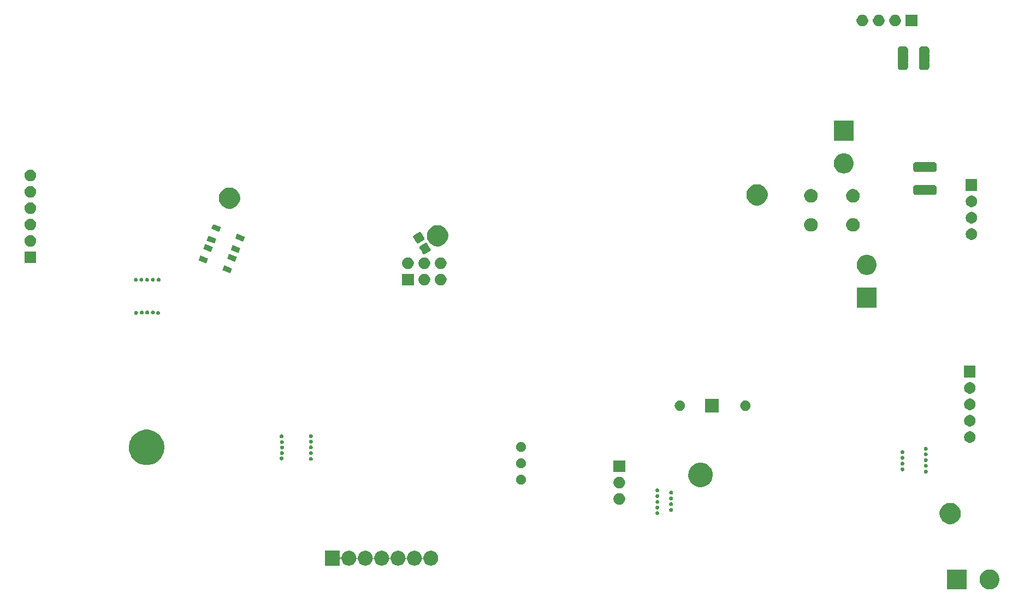
<source format=gbr>
G04 #@! TF.GenerationSoftware,KiCad,Pcbnew,(5.1.5-0-10_14)*
G04 #@! TF.CreationDate,2020-01-18T13:45:36+01:00*
G04 #@! TF.ProjectId,ErnoCCC,45726e6f-4343-4432-9e6b-696361645f70,rev?*
G04 #@! TF.SameCoordinates,Original*
G04 #@! TF.FileFunction,Soldermask,Bot*
G04 #@! TF.FilePolarity,Negative*
%FSLAX46Y46*%
G04 Gerber Fmt 4.6, Leading zero omitted, Abs format (unit mm)*
G04 Created by KiCad (PCBNEW (5.1.5-0-10_14)) date 2020-01-18 13:45:36*
%MOMM*%
%LPD*%
G04 APERTURE LIST*
%ADD10C,0.050000*%
G04 APERTURE END LIST*
D10*
G36*
X219994585Y-112016802D02*
G01*
X220144410Y-112046604D01*
X220426674Y-112163521D01*
X220680705Y-112333259D01*
X220896741Y-112549295D01*
X221066479Y-112803326D01*
X221183396Y-113085590D01*
X221243000Y-113385240D01*
X221243000Y-113690760D01*
X221183396Y-113990410D01*
X221066479Y-114272674D01*
X220896741Y-114526705D01*
X220680705Y-114742741D01*
X220426674Y-114912479D01*
X220144410Y-115029396D01*
X219994585Y-115059198D01*
X219844761Y-115089000D01*
X219539239Y-115089000D01*
X219389415Y-115059198D01*
X219239590Y-115029396D01*
X218957326Y-114912479D01*
X218703295Y-114742741D01*
X218487259Y-114526705D01*
X218317521Y-114272674D01*
X218200604Y-113990410D01*
X218141000Y-113690760D01*
X218141000Y-113385240D01*
X218200604Y-113085590D01*
X218317521Y-112803326D01*
X218487259Y-112549295D01*
X218703295Y-112333259D01*
X218957326Y-112163521D01*
X219239590Y-112046604D01*
X219389415Y-112016802D01*
X219539239Y-111987000D01*
X219844761Y-111987000D01*
X219994585Y-112016802D01*
G37*
G36*
X216163000Y-115089000D02*
G01*
X213061000Y-115089000D01*
X213061000Y-111987000D01*
X216163000Y-111987000D01*
X216163000Y-115089000D01*
G37*
G36*
X118989000Y-110050007D02*
G01*
X118991402Y-110074393D01*
X118998515Y-110097842D01*
X119010066Y-110119453D01*
X119025611Y-110138395D01*
X119044553Y-110153940D01*
X119066164Y-110165491D01*
X119089613Y-110172604D01*
X119113999Y-110175006D01*
X119138385Y-110172604D01*
X119161834Y-110165491D01*
X119183445Y-110153940D01*
X119202387Y-110138395D01*
X119217932Y-110119453D01*
X119229483Y-110097842D01*
X119236596Y-110074393D01*
X119271232Y-109900267D01*
X119357996Y-109690799D01*
X119357997Y-109690797D01*
X119483960Y-109502280D01*
X119644280Y-109341960D01*
X119832797Y-109215997D01*
X120042266Y-109129232D01*
X120153451Y-109107116D01*
X120264635Y-109085000D01*
X120491365Y-109085000D01*
X120602549Y-109107116D01*
X120713734Y-109129232D01*
X120923203Y-109215997D01*
X121111720Y-109341960D01*
X121272040Y-109502280D01*
X121398003Y-109690797D01*
X121398004Y-109690799D01*
X121484768Y-109900267D01*
X121525403Y-110104552D01*
X121532516Y-110128001D01*
X121544067Y-110149612D01*
X121559612Y-110168554D01*
X121578554Y-110184099D01*
X121600165Y-110195650D01*
X121623614Y-110202763D01*
X121648000Y-110205165D01*
X121672386Y-110202763D01*
X121695835Y-110195650D01*
X121717446Y-110184099D01*
X121736388Y-110168554D01*
X121751933Y-110149612D01*
X121763484Y-110128001D01*
X121770597Y-110104552D01*
X121811232Y-109900267D01*
X121897996Y-109690799D01*
X121897997Y-109690797D01*
X122023960Y-109502280D01*
X122184280Y-109341960D01*
X122372797Y-109215997D01*
X122582266Y-109129232D01*
X122693451Y-109107116D01*
X122804635Y-109085000D01*
X123031365Y-109085000D01*
X123142549Y-109107116D01*
X123253734Y-109129232D01*
X123463203Y-109215997D01*
X123651720Y-109341960D01*
X123812040Y-109502280D01*
X123938003Y-109690797D01*
X123938004Y-109690799D01*
X124024768Y-109900267D01*
X124065403Y-110104552D01*
X124072516Y-110128001D01*
X124084067Y-110149612D01*
X124099612Y-110168554D01*
X124118554Y-110184099D01*
X124140165Y-110195650D01*
X124163614Y-110202763D01*
X124188000Y-110205165D01*
X124212386Y-110202763D01*
X124235835Y-110195650D01*
X124257446Y-110184099D01*
X124276388Y-110168554D01*
X124291933Y-110149612D01*
X124303484Y-110128001D01*
X124310597Y-110104552D01*
X124351232Y-109900267D01*
X124437996Y-109690799D01*
X124437997Y-109690797D01*
X124563960Y-109502280D01*
X124724280Y-109341960D01*
X124912797Y-109215997D01*
X125122266Y-109129232D01*
X125233451Y-109107116D01*
X125344635Y-109085000D01*
X125571365Y-109085000D01*
X125682549Y-109107116D01*
X125793734Y-109129232D01*
X126003203Y-109215997D01*
X126191720Y-109341960D01*
X126352040Y-109502280D01*
X126478003Y-109690797D01*
X126478004Y-109690799D01*
X126564768Y-109900267D01*
X126605403Y-110104552D01*
X126612516Y-110128001D01*
X126624067Y-110149612D01*
X126639612Y-110168554D01*
X126658554Y-110184099D01*
X126680165Y-110195650D01*
X126703614Y-110202763D01*
X126728000Y-110205165D01*
X126752386Y-110202763D01*
X126775835Y-110195650D01*
X126797446Y-110184099D01*
X126816388Y-110168554D01*
X126831933Y-110149612D01*
X126843484Y-110128001D01*
X126850597Y-110104552D01*
X126891232Y-109900267D01*
X126977996Y-109690799D01*
X126977997Y-109690797D01*
X127103960Y-109502280D01*
X127264280Y-109341960D01*
X127452797Y-109215997D01*
X127662266Y-109129232D01*
X127773451Y-109107116D01*
X127884635Y-109085000D01*
X128111365Y-109085000D01*
X128222549Y-109107116D01*
X128333734Y-109129232D01*
X128543203Y-109215997D01*
X128731720Y-109341960D01*
X128892040Y-109502280D01*
X129018003Y-109690797D01*
X129018004Y-109690799D01*
X129104768Y-109900267D01*
X129145403Y-110104552D01*
X129152516Y-110128001D01*
X129164067Y-110149612D01*
X129179612Y-110168554D01*
X129198554Y-110184099D01*
X129220165Y-110195650D01*
X129243614Y-110202763D01*
X129268000Y-110205165D01*
X129292386Y-110202763D01*
X129315835Y-110195650D01*
X129337446Y-110184099D01*
X129356388Y-110168554D01*
X129371933Y-110149612D01*
X129383484Y-110128001D01*
X129390597Y-110104552D01*
X129431232Y-109900267D01*
X129517996Y-109690799D01*
X129517997Y-109690797D01*
X129643960Y-109502280D01*
X129804280Y-109341960D01*
X129992797Y-109215997D01*
X130202266Y-109129232D01*
X130313451Y-109107116D01*
X130424635Y-109085000D01*
X130651365Y-109085000D01*
X130762549Y-109107116D01*
X130873734Y-109129232D01*
X131083203Y-109215997D01*
X131271720Y-109341960D01*
X131432040Y-109502280D01*
X131558003Y-109690797D01*
X131558004Y-109690799D01*
X131644768Y-109900267D01*
X131685403Y-110104552D01*
X131692516Y-110128001D01*
X131704067Y-110149612D01*
X131719612Y-110168554D01*
X131738554Y-110184099D01*
X131760165Y-110195650D01*
X131783614Y-110202763D01*
X131808000Y-110205165D01*
X131832386Y-110202763D01*
X131855835Y-110195650D01*
X131877446Y-110184099D01*
X131896388Y-110168554D01*
X131911933Y-110149612D01*
X131923484Y-110128001D01*
X131930597Y-110104552D01*
X131971232Y-109900267D01*
X132057996Y-109690799D01*
X132057997Y-109690797D01*
X132183960Y-109502280D01*
X132344280Y-109341960D01*
X132532797Y-109215997D01*
X132742266Y-109129232D01*
X132853451Y-109107116D01*
X132964635Y-109085000D01*
X133191365Y-109085000D01*
X133302549Y-109107116D01*
X133413734Y-109129232D01*
X133623203Y-109215997D01*
X133811720Y-109341960D01*
X133972040Y-109502280D01*
X134098003Y-109690797D01*
X134184768Y-109900266D01*
X134229000Y-110122636D01*
X134229000Y-110349364D01*
X134184768Y-110571734D01*
X134098003Y-110781203D01*
X133972040Y-110969720D01*
X133811720Y-111130040D01*
X133623203Y-111256003D01*
X133413734Y-111342768D01*
X133302549Y-111364884D01*
X133191365Y-111387000D01*
X132964635Y-111387000D01*
X132853451Y-111364884D01*
X132742266Y-111342768D01*
X132532797Y-111256003D01*
X132344280Y-111130040D01*
X132183960Y-110969720D01*
X132057997Y-110781203D01*
X131971232Y-110571734D01*
X131930597Y-110367448D01*
X131923484Y-110343999D01*
X131911933Y-110322388D01*
X131896388Y-110303446D01*
X131877446Y-110287901D01*
X131855835Y-110276350D01*
X131832386Y-110269237D01*
X131808000Y-110266835D01*
X131783614Y-110269237D01*
X131760165Y-110276350D01*
X131738554Y-110287901D01*
X131719612Y-110303446D01*
X131704067Y-110322388D01*
X131692516Y-110343999D01*
X131685403Y-110367448D01*
X131644768Y-110571734D01*
X131558003Y-110781203D01*
X131432040Y-110969720D01*
X131271720Y-111130040D01*
X131083203Y-111256003D01*
X130873734Y-111342768D01*
X130762549Y-111364884D01*
X130651365Y-111387000D01*
X130424635Y-111387000D01*
X130313451Y-111364884D01*
X130202266Y-111342768D01*
X129992797Y-111256003D01*
X129804280Y-111130040D01*
X129643960Y-110969720D01*
X129517997Y-110781203D01*
X129431232Y-110571734D01*
X129390597Y-110367448D01*
X129383484Y-110343999D01*
X129371933Y-110322388D01*
X129356388Y-110303446D01*
X129337446Y-110287901D01*
X129315835Y-110276350D01*
X129292386Y-110269237D01*
X129268000Y-110266835D01*
X129243614Y-110269237D01*
X129220165Y-110276350D01*
X129198554Y-110287901D01*
X129179612Y-110303446D01*
X129164067Y-110322388D01*
X129152516Y-110343999D01*
X129145403Y-110367448D01*
X129104768Y-110571734D01*
X129018003Y-110781203D01*
X128892040Y-110969720D01*
X128731720Y-111130040D01*
X128543203Y-111256003D01*
X128333734Y-111342768D01*
X128222549Y-111364884D01*
X128111365Y-111387000D01*
X127884635Y-111387000D01*
X127773451Y-111364884D01*
X127662266Y-111342768D01*
X127452797Y-111256003D01*
X127264280Y-111130040D01*
X127103960Y-110969720D01*
X126977997Y-110781203D01*
X126891232Y-110571734D01*
X126850597Y-110367448D01*
X126843484Y-110343999D01*
X126831933Y-110322388D01*
X126816388Y-110303446D01*
X126797446Y-110287901D01*
X126775835Y-110276350D01*
X126752386Y-110269237D01*
X126728000Y-110266835D01*
X126703614Y-110269237D01*
X126680165Y-110276350D01*
X126658554Y-110287901D01*
X126639612Y-110303446D01*
X126624067Y-110322388D01*
X126612516Y-110343999D01*
X126605403Y-110367448D01*
X126564768Y-110571734D01*
X126478003Y-110781203D01*
X126352040Y-110969720D01*
X126191720Y-111130040D01*
X126003203Y-111256003D01*
X125793734Y-111342768D01*
X125682549Y-111364884D01*
X125571365Y-111387000D01*
X125344635Y-111387000D01*
X125233451Y-111364884D01*
X125122266Y-111342768D01*
X124912797Y-111256003D01*
X124724280Y-111130040D01*
X124563960Y-110969720D01*
X124437997Y-110781203D01*
X124351232Y-110571734D01*
X124310597Y-110367448D01*
X124303484Y-110343999D01*
X124291933Y-110322388D01*
X124276388Y-110303446D01*
X124257446Y-110287901D01*
X124235835Y-110276350D01*
X124212386Y-110269237D01*
X124188000Y-110266835D01*
X124163614Y-110269237D01*
X124140165Y-110276350D01*
X124118554Y-110287901D01*
X124099612Y-110303446D01*
X124084067Y-110322388D01*
X124072516Y-110343999D01*
X124065403Y-110367448D01*
X124024768Y-110571734D01*
X123938003Y-110781203D01*
X123812040Y-110969720D01*
X123651720Y-111130040D01*
X123463203Y-111256003D01*
X123253734Y-111342768D01*
X123142549Y-111364884D01*
X123031365Y-111387000D01*
X122804635Y-111387000D01*
X122693451Y-111364884D01*
X122582266Y-111342768D01*
X122372797Y-111256003D01*
X122184280Y-111130040D01*
X122023960Y-110969720D01*
X121897997Y-110781203D01*
X121811232Y-110571734D01*
X121770597Y-110367448D01*
X121763484Y-110343999D01*
X121751933Y-110322388D01*
X121736388Y-110303446D01*
X121717446Y-110287901D01*
X121695835Y-110276350D01*
X121672386Y-110269237D01*
X121648000Y-110266835D01*
X121623614Y-110269237D01*
X121600165Y-110276350D01*
X121578554Y-110287901D01*
X121559612Y-110303446D01*
X121544067Y-110322388D01*
X121532516Y-110343999D01*
X121525403Y-110367448D01*
X121484768Y-110571734D01*
X121398003Y-110781203D01*
X121272040Y-110969720D01*
X121111720Y-111130040D01*
X120923203Y-111256003D01*
X120713734Y-111342768D01*
X120602549Y-111364884D01*
X120491365Y-111387000D01*
X120264635Y-111387000D01*
X120153451Y-111364884D01*
X120042266Y-111342768D01*
X119832797Y-111256003D01*
X119644280Y-111130040D01*
X119483960Y-110969720D01*
X119357997Y-110781203D01*
X119271232Y-110571734D01*
X119236596Y-110397607D01*
X119229483Y-110374158D01*
X119217932Y-110352547D01*
X119202387Y-110333605D01*
X119183445Y-110318060D01*
X119161834Y-110306509D01*
X119138385Y-110299396D01*
X119113999Y-110296994D01*
X119089613Y-110299396D01*
X119066164Y-110306509D01*
X119044553Y-110318060D01*
X119025611Y-110333605D01*
X119010066Y-110352547D01*
X118998515Y-110374158D01*
X118991402Y-110397607D01*
X118989000Y-110421993D01*
X118989000Y-111387000D01*
X116687000Y-111387000D01*
X116687000Y-109085000D01*
X118989000Y-109085000D01*
X118989000Y-110050007D01*
G37*
G36*
X213975256Y-101691298D02*
G01*
X214081579Y-101712447D01*
X214382042Y-101836903D01*
X214652451Y-102017585D01*
X214882415Y-102247549D01*
X215063097Y-102517958D01*
X215164658Y-102763147D01*
X215187553Y-102818422D01*
X215251000Y-103137389D01*
X215251000Y-103462611D01*
X215239359Y-103521132D01*
X215187553Y-103781579D01*
X215063097Y-104082042D01*
X214882415Y-104352451D01*
X214652451Y-104582415D01*
X214382042Y-104763097D01*
X214081579Y-104887553D01*
X213975256Y-104908702D01*
X213762611Y-104951000D01*
X213437389Y-104951000D01*
X213224744Y-104908702D01*
X213118421Y-104887553D01*
X212817958Y-104763097D01*
X212547549Y-104582415D01*
X212317585Y-104352451D01*
X212136903Y-104082042D01*
X212012447Y-103781579D01*
X211960641Y-103521132D01*
X211949000Y-103462611D01*
X211949000Y-103137389D01*
X212012447Y-102818422D01*
X212035343Y-102763147D01*
X212136903Y-102517958D01*
X212317585Y-102247549D01*
X212547549Y-102017585D01*
X212817958Y-101836903D01*
X213118421Y-101712447D01*
X213224744Y-101691298D01*
X213437389Y-101649000D01*
X213762611Y-101649000D01*
X213975256Y-101691298D01*
G37*
G36*
X168287097Y-102942267D02*
G01*
X168341875Y-102964957D01*
X168341877Y-102964958D01*
X168391176Y-102997898D01*
X168433102Y-103039824D01*
X168466042Y-103089123D01*
X168466043Y-103089125D01*
X168488733Y-103143903D01*
X168500300Y-103202053D01*
X168500300Y-103261347D01*
X168488733Y-103319497D01*
X168466043Y-103374275D01*
X168466042Y-103374277D01*
X168433102Y-103423576D01*
X168391176Y-103465502D01*
X168341877Y-103498442D01*
X168341876Y-103498443D01*
X168341875Y-103498443D01*
X168287097Y-103521133D01*
X168228947Y-103532700D01*
X168169653Y-103532700D01*
X168111503Y-103521133D01*
X168056725Y-103498443D01*
X168056724Y-103498443D01*
X168056723Y-103498442D01*
X168007424Y-103465502D01*
X167965498Y-103423576D01*
X167932558Y-103374277D01*
X167932557Y-103374275D01*
X167909867Y-103319497D01*
X167898300Y-103261347D01*
X167898300Y-103202053D01*
X167909867Y-103143903D01*
X167932557Y-103089125D01*
X167932558Y-103089123D01*
X167965498Y-103039824D01*
X168007424Y-102997898D01*
X168056723Y-102964958D01*
X168056725Y-102964957D01*
X168111503Y-102942267D01*
X168169653Y-102930700D01*
X168228947Y-102930700D01*
X168287097Y-102942267D01*
G37*
G36*
X170408697Y-102444067D02*
G01*
X170463475Y-102466757D01*
X170463477Y-102466758D01*
X170512776Y-102499698D01*
X170554702Y-102541624D01*
X170571373Y-102566575D01*
X170587643Y-102590925D01*
X170610333Y-102645703D01*
X170621900Y-102703853D01*
X170621900Y-102763147D01*
X170610333Y-102821297D01*
X170587643Y-102876075D01*
X170587642Y-102876077D01*
X170554702Y-102925376D01*
X170512776Y-102967302D01*
X170463477Y-103000242D01*
X170463476Y-103000243D01*
X170463475Y-103000243D01*
X170408697Y-103022933D01*
X170350547Y-103034500D01*
X170291253Y-103034500D01*
X170233103Y-103022933D01*
X170178325Y-103000243D01*
X170178324Y-103000243D01*
X170178323Y-103000242D01*
X170129024Y-102967302D01*
X170087098Y-102925376D01*
X170054158Y-102876077D01*
X170054157Y-102876075D01*
X170031467Y-102821297D01*
X170019900Y-102763147D01*
X170019900Y-102703853D01*
X170031467Y-102645703D01*
X170054157Y-102590925D01*
X170070427Y-102566575D01*
X170087098Y-102541624D01*
X170129024Y-102499698D01*
X170178323Y-102466758D01*
X170178325Y-102466757D01*
X170233103Y-102444067D01*
X170291253Y-102432500D01*
X170350547Y-102432500D01*
X170408697Y-102444067D01*
G37*
G36*
X168287097Y-102085267D02*
G01*
X168341875Y-102107957D01*
X168341877Y-102107958D01*
X168391176Y-102140898D01*
X168433102Y-102182824D01*
X168466042Y-102232123D01*
X168466043Y-102232125D01*
X168488733Y-102286903D01*
X168500300Y-102345053D01*
X168500300Y-102404347D01*
X168488733Y-102462497D01*
X168466043Y-102517275D01*
X168466042Y-102517277D01*
X168433102Y-102566576D01*
X168391176Y-102608502D01*
X168341877Y-102641442D01*
X168341876Y-102641443D01*
X168341875Y-102641443D01*
X168287097Y-102664133D01*
X168228947Y-102675700D01*
X168169653Y-102675700D01*
X168111503Y-102664133D01*
X168056725Y-102641443D01*
X168056724Y-102641443D01*
X168056723Y-102641442D01*
X168007424Y-102608502D01*
X167965498Y-102566576D01*
X167932558Y-102517277D01*
X167932557Y-102517275D01*
X167909867Y-102462497D01*
X167898300Y-102404347D01*
X167898300Y-102345053D01*
X167909867Y-102286903D01*
X167932557Y-102232125D01*
X167932558Y-102232123D01*
X167965498Y-102182824D01*
X168007424Y-102140898D01*
X168056723Y-102107958D01*
X168056725Y-102107957D01*
X168111503Y-102085267D01*
X168169653Y-102073700D01*
X168228947Y-102073700D01*
X168287097Y-102085267D01*
G37*
G36*
X170408697Y-101555067D02*
G01*
X170463475Y-101577757D01*
X170463477Y-101577758D01*
X170512776Y-101610698D01*
X170554702Y-101652624D01*
X170571373Y-101677575D01*
X170587643Y-101701925D01*
X170610333Y-101756703D01*
X170621900Y-101814853D01*
X170621900Y-101874147D01*
X170610333Y-101932297D01*
X170587643Y-101987075D01*
X170587642Y-101987077D01*
X170554702Y-102036376D01*
X170512776Y-102078302D01*
X170463477Y-102111242D01*
X170463476Y-102111243D01*
X170463475Y-102111243D01*
X170408697Y-102133933D01*
X170350547Y-102145500D01*
X170291253Y-102145500D01*
X170233103Y-102133933D01*
X170178325Y-102111243D01*
X170178324Y-102111243D01*
X170178323Y-102111242D01*
X170129024Y-102078302D01*
X170087098Y-102036376D01*
X170054158Y-101987077D01*
X170054157Y-101987075D01*
X170031467Y-101932297D01*
X170019900Y-101874147D01*
X170019900Y-101814853D01*
X170031467Y-101756703D01*
X170054157Y-101701925D01*
X170070427Y-101677575D01*
X170087098Y-101652624D01*
X170129024Y-101610698D01*
X170178323Y-101577758D01*
X170178325Y-101577757D01*
X170233103Y-101555067D01*
X170291253Y-101543500D01*
X170350547Y-101543500D01*
X170408697Y-101555067D01*
G37*
G36*
X162401512Y-100145927D02*
G01*
X162550812Y-100175624D01*
X162714784Y-100243544D01*
X162862354Y-100342147D01*
X162987853Y-100467646D01*
X163086456Y-100615216D01*
X163154376Y-100779188D01*
X163189000Y-100953259D01*
X163189000Y-101130741D01*
X163154376Y-101304812D01*
X163086456Y-101468784D01*
X162987853Y-101616354D01*
X162862354Y-101741853D01*
X162714784Y-101840456D01*
X162550812Y-101908376D01*
X162401512Y-101938073D01*
X162376742Y-101943000D01*
X162199258Y-101943000D01*
X162174488Y-101938073D01*
X162025188Y-101908376D01*
X161861216Y-101840456D01*
X161713646Y-101741853D01*
X161588147Y-101616354D01*
X161489544Y-101468784D01*
X161421624Y-101304812D01*
X161387000Y-101130741D01*
X161387000Y-100953259D01*
X161421624Y-100779188D01*
X161489544Y-100615216D01*
X161588147Y-100467646D01*
X161713646Y-100342147D01*
X161861216Y-100243544D01*
X162025188Y-100175624D01*
X162174488Y-100145927D01*
X162199258Y-100141000D01*
X162376742Y-100141000D01*
X162401512Y-100145927D01*
G37*
G36*
X168287097Y-101196267D02*
G01*
X168341875Y-101218957D01*
X168341877Y-101218958D01*
X168391176Y-101251898D01*
X168433102Y-101293824D01*
X168466042Y-101343123D01*
X168466043Y-101343125D01*
X168488733Y-101397903D01*
X168500300Y-101456053D01*
X168500300Y-101515347D01*
X168488733Y-101573497D01*
X168470981Y-101616353D01*
X168466042Y-101628277D01*
X168433102Y-101677576D01*
X168391176Y-101719502D01*
X168341877Y-101752442D01*
X168341876Y-101752443D01*
X168341875Y-101752443D01*
X168287097Y-101775133D01*
X168228947Y-101786700D01*
X168169653Y-101786700D01*
X168111503Y-101775133D01*
X168056725Y-101752443D01*
X168056724Y-101752443D01*
X168056723Y-101752442D01*
X168007424Y-101719502D01*
X167965498Y-101677576D01*
X167932558Y-101628277D01*
X167927619Y-101616353D01*
X167909867Y-101573497D01*
X167898300Y-101515347D01*
X167898300Y-101456053D01*
X167909867Y-101397903D01*
X167932557Y-101343125D01*
X167932558Y-101343123D01*
X167965498Y-101293824D01*
X168007424Y-101251898D01*
X168056723Y-101218958D01*
X168056725Y-101218957D01*
X168111503Y-101196267D01*
X168169653Y-101184700D01*
X168228947Y-101184700D01*
X168287097Y-101196267D01*
G37*
G36*
X170408697Y-100666067D02*
G01*
X170463475Y-100688757D01*
X170463477Y-100688758D01*
X170512776Y-100721698D01*
X170554702Y-100763624D01*
X170571373Y-100788575D01*
X170587643Y-100812925D01*
X170610333Y-100867703D01*
X170621900Y-100925853D01*
X170621900Y-100985147D01*
X170610333Y-101043297D01*
X170587643Y-101098075D01*
X170587642Y-101098077D01*
X170554702Y-101147376D01*
X170512776Y-101189302D01*
X170463477Y-101222242D01*
X170463476Y-101222243D01*
X170463475Y-101222243D01*
X170408697Y-101244933D01*
X170350547Y-101256500D01*
X170291253Y-101256500D01*
X170233103Y-101244933D01*
X170178325Y-101222243D01*
X170178324Y-101222243D01*
X170178323Y-101222242D01*
X170129024Y-101189302D01*
X170087098Y-101147376D01*
X170054158Y-101098077D01*
X170054157Y-101098075D01*
X170031467Y-101043297D01*
X170019900Y-100985147D01*
X170019900Y-100925853D01*
X170031467Y-100867703D01*
X170054157Y-100812925D01*
X170070427Y-100788575D01*
X170087098Y-100763624D01*
X170129024Y-100721698D01*
X170178323Y-100688758D01*
X170178325Y-100688757D01*
X170233103Y-100666067D01*
X170291253Y-100654500D01*
X170350547Y-100654500D01*
X170408697Y-100666067D01*
G37*
G36*
X168287097Y-100307267D02*
G01*
X168341875Y-100329957D01*
X168341877Y-100329958D01*
X168391176Y-100362898D01*
X168433102Y-100404824D01*
X168466042Y-100454123D01*
X168466043Y-100454125D01*
X168488733Y-100508903D01*
X168500300Y-100567053D01*
X168500300Y-100626347D01*
X168488733Y-100684497D01*
X168466043Y-100739275D01*
X168466042Y-100739277D01*
X168433102Y-100788576D01*
X168391176Y-100830502D01*
X168341877Y-100863442D01*
X168341876Y-100863443D01*
X168341875Y-100863443D01*
X168287097Y-100886133D01*
X168228947Y-100897700D01*
X168169653Y-100897700D01*
X168111503Y-100886133D01*
X168056725Y-100863443D01*
X168056724Y-100863443D01*
X168056723Y-100863442D01*
X168007424Y-100830502D01*
X167965498Y-100788576D01*
X167932558Y-100739277D01*
X167932557Y-100739275D01*
X167909867Y-100684497D01*
X167898300Y-100626347D01*
X167898300Y-100567053D01*
X167909867Y-100508903D01*
X167932557Y-100454125D01*
X167932558Y-100454123D01*
X167965498Y-100404824D01*
X168007424Y-100362898D01*
X168056723Y-100329958D01*
X168056725Y-100329957D01*
X168111503Y-100307267D01*
X168169653Y-100295700D01*
X168228947Y-100295700D01*
X168287097Y-100307267D01*
G37*
G36*
X170408697Y-99764367D02*
G01*
X170463475Y-99787057D01*
X170463477Y-99787058D01*
X170512776Y-99819998D01*
X170554702Y-99861924D01*
X170571373Y-99886875D01*
X170587643Y-99911225D01*
X170610333Y-99966003D01*
X170621900Y-100024153D01*
X170621900Y-100083447D01*
X170610333Y-100141597D01*
X170596238Y-100175624D01*
X170587642Y-100196377D01*
X170554702Y-100245676D01*
X170512776Y-100287602D01*
X170463477Y-100320542D01*
X170463476Y-100320543D01*
X170463475Y-100320543D01*
X170408697Y-100343233D01*
X170350547Y-100354800D01*
X170291253Y-100354800D01*
X170233103Y-100343233D01*
X170178325Y-100320543D01*
X170178324Y-100320543D01*
X170178323Y-100320542D01*
X170129024Y-100287602D01*
X170087098Y-100245676D01*
X170054158Y-100196377D01*
X170045562Y-100175624D01*
X170031467Y-100141597D01*
X170019900Y-100083447D01*
X170019900Y-100024153D01*
X170031467Y-99966003D01*
X170054157Y-99911225D01*
X170070427Y-99886875D01*
X170087098Y-99861924D01*
X170129024Y-99819998D01*
X170178323Y-99787058D01*
X170178325Y-99787057D01*
X170233103Y-99764367D01*
X170291253Y-99752800D01*
X170350547Y-99752800D01*
X170408697Y-99764367D01*
G37*
G36*
X168287097Y-99405567D02*
G01*
X168341875Y-99428257D01*
X168341877Y-99428258D01*
X168391176Y-99461198D01*
X168433102Y-99503124D01*
X168466042Y-99552423D01*
X168466043Y-99552425D01*
X168488733Y-99607203D01*
X168500300Y-99665353D01*
X168500300Y-99724647D01*
X168488733Y-99782797D01*
X168466043Y-99837575D01*
X168466042Y-99837577D01*
X168433102Y-99886876D01*
X168391176Y-99928802D01*
X168341877Y-99961742D01*
X168341876Y-99961743D01*
X168341875Y-99961743D01*
X168287097Y-99984433D01*
X168228947Y-99996000D01*
X168169653Y-99996000D01*
X168111503Y-99984433D01*
X168056725Y-99961743D01*
X168056724Y-99961743D01*
X168056723Y-99961742D01*
X168007424Y-99928802D01*
X167965498Y-99886876D01*
X167932558Y-99837577D01*
X167932557Y-99837575D01*
X167909867Y-99782797D01*
X167898300Y-99724647D01*
X167898300Y-99665353D01*
X167909867Y-99607203D01*
X167932557Y-99552425D01*
X167932558Y-99552423D01*
X167965498Y-99503124D01*
X168007424Y-99461198D01*
X168056723Y-99428258D01*
X168056725Y-99428257D01*
X168111503Y-99405567D01*
X168169653Y-99394000D01*
X168228947Y-99394000D01*
X168287097Y-99405567D01*
G37*
G36*
X162401512Y-97605927D02*
G01*
X162550812Y-97635624D01*
X162714784Y-97703544D01*
X162862354Y-97802147D01*
X162987853Y-97927646D01*
X163086456Y-98075216D01*
X163154376Y-98239188D01*
X163184073Y-98388488D01*
X163188194Y-98409204D01*
X163189000Y-98413259D01*
X163189000Y-98590741D01*
X163154376Y-98764812D01*
X163086456Y-98928784D01*
X162987853Y-99076354D01*
X162862354Y-99201853D01*
X162714784Y-99300456D01*
X162550812Y-99368376D01*
X162401512Y-99398073D01*
X162376742Y-99403000D01*
X162199258Y-99403000D01*
X162174488Y-99398073D01*
X162025188Y-99368376D01*
X161861216Y-99300456D01*
X161713646Y-99201853D01*
X161588147Y-99076354D01*
X161489544Y-98928784D01*
X161421624Y-98764812D01*
X161387000Y-98590741D01*
X161387000Y-98413259D01*
X161387807Y-98409204D01*
X161391927Y-98388488D01*
X161421624Y-98239188D01*
X161489544Y-98075216D01*
X161588147Y-97927646D01*
X161713646Y-97802147D01*
X161861216Y-97703544D01*
X162025188Y-97635624D01*
X162174488Y-97605927D01*
X162199258Y-97601000D01*
X162376742Y-97601000D01*
X162401512Y-97605927D01*
G37*
G36*
X175174276Y-95416314D02*
G01*
X175454501Y-95472054D01*
X175800461Y-95615356D01*
X176111817Y-95823397D01*
X176376603Y-96088183D01*
X176584644Y-96399539D01*
X176584645Y-96399541D01*
X176591692Y-96416554D01*
X176727946Y-96745499D01*
X176744564Y-96829046D01*
X176785174Y-97033202D01*
X176801000Y-97112768D01*
X176801000Y-97487232D01*
X176727946Y-97854501D01*
X176584644Y-98200461D01*
X176376603Y-98511817D01*
X176111817Y-98776603D01*
X175800461Y-98984644D01*
X175454501Y-99127946D01*
X175270866Y-99164473D01*
X175087233Y-99201000D01*
X174712767Y-99201000D01*
X174345499Y-99127946D01*
X173999539Y-98984644D01*
X173688183Y-98776603D01*
X173423397Y-98511817D01*
X173215356Y-98200461D01*
X173072054Y-97854501D01*
X172999000Y-97487232D01*
X172999000Y-97112768D01*
X173014827Y-97033202D01*
X173055436Y-96829046D01*
X173072054Y-96745499D01*
X173208308Y-96416554D01*
X173215355Y-96399541D01*
X173215356Y-96399539D01*
X173423397Y-96088183D01*
X173688183Y-95823397D01*
X173999539Y-95615356D01*
X174345499Y-95472054D01*
X174625724Y-95416314D01*
X174712767Y-95399000D01*
X175087233Y-95399000D01*
X175174276Y-95416314D01*
G37*
G36*
X147191589Y-97282876D02*
G01*
X147290893Y-97302629D01*
X147431206Y-97360748D01*
X147557484Y-97445125D01*
X147664875Y-97552516D01*
X147749252Y-97678794D01*
X147807371Y-97819107D01*
X147837000Y-97968063D01*
X147837000Y-98119937D01*
X147807371Y-98268893D01*
X147749252Y-98409206D01*
X147664875Y-98535484D01*
X147557484Y-98642875D01*
X147431206Y-98727252D01*
X147290893Y-98785371D01*
X147191589Y-98805124D01*
X147141938Y-98815000D01*
X146990062Y-98815000D01*
X146940411Y-98805124D01*
X146841107Y-98785371D01*
X146700794Y-98727252D01*
X146574516Y-98642875D01*
X146467125Y-98535484D01*
X146382748Y-98409206D01*
X146324629Y-98268893D01*
X146295000Y-98119937D01*
X146295000Y-97968063D01*
X146324629Y-97819107D01*
X146382748Y-97678794D01*
X146467125Y-97552516D01*
X146574516Y-97445125D01*
X146700794Y-97360748D01*
X146841107Y-97302629D01*
X146940411Y-97282876D01*
X146990062Y-97273000D01*
X147141938Y-97273000D01*
X147191589Y-97282876D01*
G37*
G36*
X209891297Y-96509967D02*
G01*
X209946075Y-96532657D01*
X209946077Y-96532658D01*
X209995376Y-96565598D01*
X210037302Y-96607524D01*
X210070242Y-96656823D01*
X210070243Y-96656825D01*
X210092933Y-96711603D01*
X210104500Y-96769753D01*
X210104500Y-96829047D01*
X210092933Y-96887197D01*
X210070243Y-96941975D01*
X210070242Y-96941977D01*
X210037302Y-96991276D01*
X209995376Y-97033202D01*
X209946077Y-97066142D01*
X209946076Y-97066143D01*
X209946075Y-97066143D01*
X209891297Y-97088833D01*
X209833147Y-97100400D01*
X209773853Y-97100400D01*
X209715703Y-97088833D01*
X209660925Y-97066143D01*
X209660924Y-97066143D01*
X209660923Y-97066142D01*
X209611624Y-97033202D01*
X209569698Y-96991276D01*
X209536758Y-96941977D01*
X209536757Y-96941975D01*
X209514067Y-96887197D01*
X209502500Y-96829047D01*
X209502500Y-96769753D01*
X209514067Y-96711603D01*
X209536757Y-96656825D01*
X209536758Y-96656823D01*
X209569698Y-96607524D01*
X209611624Y-96565598D01*
X209660923Y-96532658D01*
X209660925Y-96532657D01*
X209715703Y-96509967D01*
X209773853Y-96498400D01*
X209833147Y-96498400D01*
X209891297Y-96509967D01*
G37*
G36*
X163189000Y-96863000D02*
G01*
X161387000Y-96863000D01*
X161387000Y-95061000D01*
X163189000Y-95061000D01*
X163189000Y-96863000D01*
G37*
G36*
X206266897Y-96156767D02*
G01*
X206321675Y-96179457D01*
X206321677Y-96179458D01*
X206370976Y-96212398D01*
X206412902Y-96254324D01*
X206426717Y-96275000D01*
X206445843Y-96303625D01*
X206468533Y-96358403D01*
X206480100Y-96416553D01*
X206480100Y-96475847D01*
X206468533Y-96533997D01*
X206455443Y-96565598D01*
X206445842Y-96588777D01*
X206412902Y-96638076D01*
X206370976Y-96680002D01*
X206321677Y-96712942D01*
X206321676Y-96712943D01*
X206321675Y-96712943D01*
X206266897Y-96735633D01*
X206208747Y-96747200D01*
X206149453Y-96747200D01*
X206091303Y-96735633D01*
X206036525Y-96712943D01*
X206036524Y-96712943D01*
X206036523Y-96712942D01*
X205987224Y-96680002D01*
X205945298Y-96638076D01*
X205912358Y-96588777D01*
X205902757Y-96565598D01*
X205889667Y-96533997D01*
X205878100Y-96475847D01*
X205878100Y-96416553D01*
X205889667Y-96358403D01*
X205912357Y-96303625D01*
X205931483Y-96275000D01*
X205945298Y-96254324D01*
X205987224Y-96212398D01*
X206036523Y-96179458D01*
X206036525Y-96179457D01*
X206091303Y-96156767D01*
X206149453Y-96145200D01*
X206208747Y-96145200D01*
X206266897Y-96156767D01*
G37*
G36*
X147186967Y-94741957D02*
G01*
X147290893Y-94762629D01*
X147431206Y-94820748D01*
X147557484Y-94905125D01*
X147664875Y-95012516D01*
X147749252Y-95138794D01*
X147807371Y-95279107D01*
X147822168Y-95353496D01*
X147831801Y-95401923D01*
X147837000Y-95428063D01*
X147837000Y-95579937D01*
X147807371Y-95728893D01*
X147749252Y-95869206D01*
X147664875Y-95995484D01*
X147557484Y-96102875D01*
X147431206Y-96187252D01*
X147290893Y-96245371D01*
X147191589Y-96265124D01*
X147141938Y-96275000D01*
X146990062Y-96275000D01*
X146940411Y-96265124D01*
X146841107Y-96245371D01*
X146700794Y-96187252D01*
X146574516Y-96102875D01*
X146467125Y-95995484D01*
X146382748Y-95869206D01*
X146324629Y-95728893D01*
X146295000Y-95579937D01*
X146295000Y-95428063D01*
X146300200Y-95401923D01*
X146309832Y-95353496D01*
X146324629Y-95279107D01*
X146382748Y-95138794D01*
X146467125Y-95012516D01*
X146574516Y-94905125D01*
X146700794Y-94820748D01*
X146841107Y-94762629D01*
X146945033Y-94741957D01*
X146990062Y-94733000D01*
X147141938Y-94733000D01*
X147186967Y-94741957D01*
G37*
G36*
X209891297Y-95608267D02*
G01*
X209946075Y-95630957D01*
X209946077Y-95630958D01*
X209995376Y-95663898D01*
X210037302Y-95705824D01*
X210070242Y-95755123D01*
X210070243Y-95755125D01*
X210092933Y-95809903D01*
X210104500Y-95868053D01*
X210104500Y-95927347D01*
X210092933Y-95985497D01*
X210088796Y-95995484D01*
X210070242Y-96040277D01*
X210037302Y-96089576D01*
X209995376Y-96131502D01*
X209946077Y-96164442D01*
X209946076Y-96164443D01*
X209946075Y-96164443D01*
X209891297Y-96187133D01*
X209833147Y-96198700D01*
X209773853Y-96198700D01*
X209715703Y-96187133D01*
X209660925Y-96164443D01*
X209660924Y-96164443D01*
X209660923Y-96164442D01*
X209611624Y-96131502D01*
X209569698Y-96089576D01*
X209536758Y-96040277D01*
X209518204Y-95995484D01*
X209514067Y-95985497D01*
X209502500Y-95927347D01*
X209502500Y-95868053D01*
X209514067Y-95809903D01*
X209536757Y-95755125D01*
X209536758Y-95755123D01*
X209569698Y-95705824D01*
X209611624Y-95663898D01*
X209660923Y-95630958D01*
X209660925Y-95630957D01*
X209715703Y-95608267D01*
X209773853Y-95596700D01*
X209833147Y-95596700D01*
X209891297Y-95608267D01*
G37*
G36*
X206266897Y-95255067D02*
G01*
X206321675Y-95277757D01*
X206321677Y-95277758D01*
X206370976Y-95310698D01*
X206412902Y-95352624D01*
X206443889Y-95399000D01*
X206445843Y-95401925D01*
X206468533Y-95456703D01*
X206480100Y-95514853D01*
X206480100Y-95574147D01*
X206468533Y-95632297D01*
X206455443Y-95663898D01*
X206445842Y-95687077D01*
X206412902Y-95736376D01*
X206370976Y-95778302D01*
X206321677Y-95811242D01*
X206321676Y-95811243D01*
X206321675Y-95811243D01*
X206266897Y-95833933D01*
X206208747Y-95845500D01*
X206149453Y-95845500D01*
X206091303Y-95833933D01*
X206036525Y-95811243D01*
X206036524Y-95811243D01*
X206036523Y-95811242D01*
X205987224Y-95778302D01*
X205945298Y-95736376D01*
X205912358Y-95687077D01*
X205902757Y-95663898D01*
X205889667Y-95632297D01*
X205878100Y-95574147D01*
X205878100Y-95514853D01*
X205889667Y-95456703D01*
X205912357Y-95401925D01*
X205914311Y-95399000D01*
X205945298Y-95352624D01*
X205987224Y-95310698D01*
X206036523Y-95277758D01*
X206036525Y-95277757D01*
X206091303Y-95255067D01*
X206149453Y-95243500D01*
X206208747Y-95243500D01*
X206266897Y-95255067D01*
G37*
G36*
X89545694Y-90342860D02*
G01*
X89811437Y-90395719D01*
X90312087Y-90603095D01*
X90492561Y-90723684D01*
X90762660Y-90904158D01*
X91145842Y-91287340D01*
X91291194Y-91504875D01*
X91446905Y-91737913D01*
X91654281Y-92238563D01*
X91700817Y-92472516D01*
X91760000Y-92770049D01*
X91760000Y-93311951D01*
X91722643Y-93499757D01*
X91654281Y-93843437D01*
X91446905Y-94344087D01*
X91374421Y-94452567D01*
X91145842Y-94794660D01*
X90762660Y-95177842D01*
X90582631Y-95298133D01*
X90312087Y-95478905D01*
X89811437Y-95686281D01*
X89713187Y-95705824D01*
X89279951Y-95792000D01*
X88738049Y-95792000D01*
X88304813Y-95705824D01*
X88206563Y-95686281D01*
X87705913Y-95478905D01*
X87435369Y-95298133D01*
X87255340Y-95177842D01*
X86872158Y-94794660D01*
X86643579Y-94452567D01*
X86571095Y-94344087D01*
X86363719Y-93843437D01*
X86295357Y-93499757D01*
X86258000Y-93311951D01*
X86258000Y-92770049D01*
X86317183Y-92472516D01*
X86363719Y-92238563D01*
X86571095Y-91737913D01*
X86726806Y-91504875D01*
X86872158Y-91287340D01*
X87255340Y-90904158D01*
X87525439Y-90723684D01*
X87705913Y-90603095D01*
X88206563Y-90395719D01*
X88472306Y-90342860D01*
X88738049Y-90290000D01*
X89279951Y-90290000D01*
X89545694Y-90342860D01*
G37*
G36*
X209891297Y-94719267D02*
G01*
X209946075Y-94741957D01*
X209946077Y-94741958D01*
X209995376Y-94774898D01*
X210037302Y-94816824D01*
X210061053Y-94852371D01*
X210070243Y-94866125D01*
X210092933Y-94920903D01*
X210104500Y-94979053D01*
X210104500Y-95038347D01*
X210092933Y-95096497D01*
X210083529Y-95119200D01*
X210070242Y-95151277D01*
X210037302Y-95200576D01*
X209995376Y-95242502D01*
X209946077Y-95275442D01*
X209946076Y-95275443D01*
X209946075Y-95275443D01*
X209891297Y-95298133D01*
X209833147Y-95309700D01*
X209773853Y-95309700D01*
X209715703Y-95298133D01*
X209660925Y-95275443D01*
X209660924Y-95275443D01*
X209660923Y-95275442D01*
X209611624Y-95242502D01*
X209569698Y-95200576D01*
X209536758Y-95151277D01*
X209523471Y-95119200D01*
X209514067Y-95096497D01*
X209502500Y-95038347D01*
X209502500Y-94979053D01*
X209514067Y-94920903D01*
X209536757Y-94866125D01*
X209545947Y-94852371D01*
X209569698Y-94816824D01*
X209611624Y-94774898D01*
X209660923Y-94741958D01*
X209660925Y-94741957D01*
X209715703Y-94719267D01*
X209773853Y-94707700D01*
X209833147Y-94707700D01*
X209891297Y-94719267D01*
G37*
G36*
X114565097Y-94528767D02*
G01*
X114616659Y-94550125D01*
X114619877Y-94551458D01*
X114669176Y-94584398D01*
X114711102Y-94626324D01*
X114737832Y-94666329D01*
X114744043Y-94675625D01*
X114766733Y-94730403D01*
X114778300Y-94788553D01*
X114778300Y-94847847D01*
X114766733Y-94905997D01*
X114759321Y-94923891D01*
X114744042Y-94960777D01*
X114711102Y-95010076D01*
X114669176Y-95052002D01*
X114619877Y-95084942D01*
X114619876Y-95084943D01*
X114619875Y-95084943D01*
X114565097Y-95107633D01*
X114506947Y-95119200D01*
X114447653Y-95119200D01*
X114389503Y-95107633D01*
X114334725Y-95084943D01*
X114334724Y-95084943D01*
X114334723Y-95084942D01*
X114285424Y-95052002D01*
X114243498Y-95010076D01*
X114210558Y-94960777D01*
X114195279Y-94923891D01*
X114187867Y-94905997D01*
X114176300Y-94847847D01*
X114176300Y-94788553D01*
X114187867Y-94730403D01*
X114210557Y-94675625D01*
X114216768Y-94666329D01*
X114243498Y-94626324D01*
X114285424Y-94584398D01*
X114334723Y-94551458D01*
X114337941Y-94550125D01*
X114389503Y-94528767D01*
X114447653Y-94517200D01*
X114506947Y-94517200D01*
X114565097Y-94528767D01*
G37*
G36*
X110069797Y-93639767D02*
G01*
X110124575Y-93662457D01*
X110124577Y-93662458D01*
X110173876Y-93695398D01*
X110215802Y-93737324D01*
X110248742Y-93786623D01*
X110248743Y-93786625D01*
X110271433Y-93841403D01*
X110283000Y-93899553D01*
X110283000Y-93958847D01*
X110271433Y-94016997D01*
X110250514Y-94067500D01*
X110248742Y-94071777D01*
X110215802Y-94121076D01*
X110173876Y-94163002D01*
X110124577Y-94195942D01*
X110124576Y-94195943D01*
X110124575Y-94195943D01*
X110069797Y-94218633D01*
X110058084Y-94220963D01*
X110034635Y-94228076D01*
X110013024Y-94239627D01*
X109994082Y-94255172D01*
X109978536Y-94274114D01*
X109966985Y-94295724D01*
X109959872Y-94319173D01*
X109957470Y-94343559D01*
X109959872Y-94367945D01*
X109966985Y-94391394D01*
X109978536Y-94413005D01*
X109994081Y-94431947D01*
X110013023Y-94447493D01*
X110034634Y-94459044D01*
X110073775Y-94475257D01*
X110073777Y-94475258D01*
X110123076Y-94508198D01*
X110165002Y-94550124D01*
X110197942Y-94599423D01*
X110197943Y-94599425D01*
X110220633Y-94654203D01*
X110232200Y-94712353D01*
X110232200Y-94771647D01*
X110220633Y-94829797D01*
X110213156Y-94847847D01*
X110197942Y-94884577D01*
X110165002Y-94933876D01*
X110123076Y-94975802D01*
X110073777Y-95008742D01*
X110073776Y-95008743D01*
X110073775Y-95008743D01*
X110018997Y-95031433D01*
X109960847Y-95043000D01*
X109901553Y-95043000D01*
X109843403Y-95031433D01*
X109788625Y-95008743D01*
X109788624Y-95008743D01*
X109788623Y-95008742D01*
X109739324Y-94975802D01*
X109697398Y-94933876D01*
X109664458Y-94884577D01*
X109649244Y-94847847D01*
X109641767Y-94829797D01*
X109630200Y-94771647D01*
X109630200Y-94712353D01*
X109641767Y-94654203D01*
X109664457Y-94599425D01*
X109664458Y-94599423D01*
X109697398Y-94550124D01*
X109739324Y-94508198D01*
X109788623Y-94475258D01*
X109788625Y-94475257D01*
X109843403Y-94452567D01*
X109855116Y-94450237D01*
X109878565Y-94443124D01*
X109900176Y-94431573D01*
X109919118Y-94416028D01*
X109934664Y-94397086D01*
X109946215Y-94375476D01*
X109953328Y-94352027D01*
X109955730Y-94327641D01*
X109953328Y-94303255D01*
X109946215Y-94279806D01*
X109934664Y-94258195D01*
X109919119Y-94239253D01*
X109900177Y-94223707D01*
X109878566Y-94212156D01*
X109839425Y-94195943D01*
X109839424Y-94195943D01*
X109839423Y-94195942D01*
X109790124Y-94163002D01*
X109748198Y-94121076D01*
X109715258Y-94071777D01*
X109713486Y-94067500D01*
X109692567Y-94016997D01*
X109681000Y-93958847D01*
X109681000Y-93899553D01*
X109692567Y-93841403D01*
X109715257Y-93786625D01*
X109715258Y-93786623D01*
X109748198Y-93737324D01*
X109790124Y-93695398D01*
X109839423Y-93662458D01*
X109839425Y-93662457D01*
X109894203Y-93639767D01*
X109952353Y-93628200D01*
X110011647Y-93628200D01*
X110069797Y-93639767D01*
G37*
G36*
X206266897Y-94366067D02*
G01*
X206321675Y-94388757D01*
X206321677Y-94388758D01*
X206370976Y-94421698D01*
X206412902Y-94463624D01*
X206420675Y-94475258D01*
X206445843Y-94512925D01*
X206468533Y-94567703D01*
X206480100Y-94625853D01*
X206480100Y-94685147D01*
X206468533Y-94743297D01*
X206445843Y-94798075D01*
X206445842Y-94798077D01*
X206412902Y-94847376D01*
X206370976Y-94889302D01*
X206321677Y-94922242D01*
X206321676Y-94922243D01*
X206321675Y-94922243D01*
X206266897Y-94944933D01*
X206208747Y-94956500D01*
X206149453Y-94956500D01*
X206091303Y-94944933D01*
X206036525Y-94922243D01*
X206036524Y-94922243D01*
X206036523Y-94922242D01*
X205987224Y-94889302D01*
X205945298Y-94847376D01*
X205912358Y-94798077D01*
X205912357Y-94798075D01*
X205889667Y-94743297D01*
X205878100Y-94685147D01*
X205878100Y-94625853D01*
X205889667Y-94567703D01*
X205912357Y-94512925D01*
X205937525Y-94475258D01*
X205945298Y-94463624D01*
X205987224Y-94421698D01*
X206036523Y-94388758D01*
X206036525Y-94388757D01*
X206091303Y-94366067D01*
X206149453Y-94354500D01*
X206208747Y-94354500D01*
X206266897Y-94366067D01*
G37*
G36*
X209891297Y-93830267D02*
G01*
X209946075Y-93852957D01*
X209946077Y-93852958D01*
X209995376Y-93885898D01*
X210037302Y-93927824D01*
X210070242Y-93977123D01*
X210070243Y-93977125D01*
X210092933Y-94031903D01*
X210104500Y-94090053D01*
X210104500Y-94149347D01*
X210092933Y-94207497D01*
X210083529Y-94230200D01*
X210070242Y-94262277D01*
X210037302Y-94311576D01*
X209995376Y-94353502D01*
X209946077Y-94386442D01*
X209946076Y-94386443D01*
X209946075Y-94386443D01*
X209891297Y-94409133D01*
X209833147Y-94420700D01*
X209773853Y-94420700D01*
X209715703Y-94409133D01*
X209660925Y-94386443D01*
X209660924Y-94386443D01*
X209660923Y-94386442D01*
X209611624Y-94353502D01*
X209569698Y-94311576D01*
X209536758Y-94262277D01*
X209523471Y-94230200D01*
X209514067Y-94207497D01*
X209502500Y-94149347D01*
X209502500Y-94090053D01*
X209514067Y-94031903D01*
X209536757Y-93977125D01*
X209536758Y-93977123D01*
X209569698Y-93927824D01*
X209611624Y-93885898D01*
X209660923Y-93852958D01*
X209660925Y-93852957D01*
X209715703Y-93830267D01*
X209773853Y-93818700D01*
X209833147Y-93818700D01*
X209891297Y-93830267D01*
G37*
G36*
X114565097Y-93627067D02*
G01*
X114613827Y-93647252D01*
X114619877Y-93649758D01*
X114669176Y-93682698D01*
X114711102Y-93724624D01*
X114719588Y-93737325D01*
X114744043Y-93773925D01*
X114766733Y-93828703D01*
X114778300Y-93886853D01*
X114778300Y-93946147D01*
X114766733Y-94004297D01*
X114755298Y-94031903D01*
X114744042Y-94059077D01*
X114711102Y-94108376D01*
X114669176Y-94150302D01*
X114619877Y-94183242D01*
X114619876Y-94183243D01*
X114619875Y-94183243D01*
X114565097Y-94205933D01*
X114506947Y-94217500D01*
X114447653Y-94217500D01*
X114389503Y-94205933D01*
X114334725Y-94183243D01*
X114334724Y-94183243D01*
X114334723Y-94183242D01*
X114285424Y-94150302D01*
X114243498Y-94108376D01*
X114210558Y-94059077D01*
X114199302Y-94031903D01*
X114187867Y-94004297D01*
X114176300Y-93946147D01*
X114176300Y-93886853D01*
X114187867Y-93828703D01*
X114210557Y-93773925D01*
X114235012Y-93737325D01*
X114243498Y-93724624D01*
X114285424Y-93682698D01*
X114334723Y-93649758D01*
X114340773Y-93647252D01*
X114389503Y-93627067D01*
X114447653Y-93615500D01*
X114506947Y-93615500D01*
X114565097Y-93627067D01*
G37*
G36*
X206266897Y-93477067D02*
G01*
X206321675Y-93499757D01*
X206321677Y-93499758D01*
X206370976Y-93532698D01*
X206412902Y-93574624D01*
X206440214Y-93615500D01*
X206445843Y-93623925D01*
X206468533Y-93678703D01*
X206480100Y-93736853D01*
X206480100Y-93796147D01*
X206468533Y-93854297D01*
X206455047Y-93886854D01*
X206445842Y-93909077D01*
X206412902Y-93958376D01*
X206370976Y-94000302D01*
X206321677Y-94033242D01*
X206321676Y-94033243D01*
X206321675Y-94033243D01*
X206266897Y-94055933D01*
X206208747Y-94067500D01*
X206149453Y-94067500D01*
X206091303Y-94055933D01*
X206036525Y-94033243D01*
X206036524Y-94033243D01*
X206036523Y-94033242D01*
X205987224Y-94000302D01*
X205945298Y-93958376D01*
X205912358Y-93909077D01*
X205903153Y-93886854D01*
X205889667Y-93854297D01*
X205878100Y-93796147D01*
X205878100Y-93736853D01*
X205889667Y-93678703D01*
X205912357Y-93623925D01*
X205917986Y-93615500D01*
X205945298Y-93574624D01*
X205987224Y-93532698D01*
X206036523Y-93499758D01*
X206036525Y-93499757D01*
X206091303Y-93477067D01*
X206149453Y-93465500D01*
X206208747Y-93465500D01*
X206266897Y-93477067D01*
G37*
G36*
X147191589Y-92202876D02*
G01*
X147290893Y-92222629D01*
X147431206Y-92280748D01*
X147557484Y-92365125D01*
X147664875Y-92472516D01*
X147749252Y-92598794D01*
X147807371Y-92739107D01*
X147827124Y-92838411D01*
X147836376Y-92884923D01*
X147837000Y-92888063D01*
X147837000Y-93039937D01*
X147807371Y-93188893D01*
X147749252Y-93329206D01*
X147664875Y-93455484D01*
X147557484Y-93562875D01*
X147431206Y-93647252D01*
X147290893Y-93705371D01*
X147194101Y-93724624D01*
X147141938Y-93735000D01*
X146990062Y-93735000D01*
X146937899Y-93724624D01*
X146841107Y-93705371D01*
X146700794Y-93647252D01*
X146574516Y-93562875D01*
X146467125Y-93455484D01*
X146382748Y-93329206D01*
X146324629Y-93188893D01*
X146295000Y-93039937D01*
X146295000Y-92888063D01*
X146295625Y-92884923D01*
X146304876Y-92838411D01*
X146324629Y-92739107D01*
X146382748Y-92598794D01*
X146467125Y-92472516D01*
X146574516Y-92365125D01*
X146700794Y-92280748D01*
X146841107Y-92222629D01*
X146940411Y-92202876D01*
X146990062Y-92193000D01*
X147141938Y-92193000D01*
X147191589Y-92202876D01*
G37*
G36*
X209891297Y-92973267D02*
G01*
X209946075Y-92995957D01*
X209946077Y-92995958D01*
X209995376Y-93028898D01*
X210037302Y-93070824D01*
X210067017Y-93115297D01*
X210070243Y-93120125D01*
X210092933Y-93174903D01*
X210104500Y-93233053D01*
X210104500Y-93292347D01*
X210092933Y-93350497D01*
X210091523Y-93353900D01*
X210070242Y-93405277D01*
X210037302Y-93454576D01*
X209995376Y-93496502D01*
X209946077Y-93529442D01*
X209946076Y-93529443D01*
X209946075Y-93529443D01*
X209891297Y-93552133D01*
X209833147Y-93563700D01*
X209773853Y-93563700D01*
X209715703Y-93552133D01*
X209660925Y-93529443D01*
X209660924Y-93529443D01*
X209660923Y-93529442D01*
X209611624Y-93496502D01*
X209569698Y-93454576D01*
X209536758Y-93405277D01*
X209515477Y-93353900D01*
X209514067Y-93350497D01*
X209502500Y-93292347D01*
X209502500Y-93233053D01*
X209514067Y-93174903D01*
X209536757Y-93120125D01*
X209539983Y-93115297D01*
X209569698Y-93070824D01*
X209611624Y-93028898D01*
X209660923Y-92995958D01*
X209660925Y-92995957D01*
X209715703Y-92973267D01*
X209773853Y-92961700D01*
X209833147Y-92961700D01*
X209891297Y-92973267D01*
G37*
G36*
X110005091Y-92749498D02*
G01*
X110029477Y-92751900D01*
X110037047Y-92751900D01*
X110095197Y-92763467D01*
X110149975Y-92786157D01*
X110149977Y-92786158D01*
X110199276Y-92819098D01*
X110241202Y-92861024D01*
X110273557Y-92909448D01*
X110274143Y-92910325D01*
X110296833Y-92965103D01*
X110308400Y-93023253D01*
X110308400Y-93082547D01*
X110296833Y-93140697D01*
X110282664Y-93174903D01*
X110274142Y-93195477D01*
X110241202Y-93244776D01*
X110199276Y-93286702D01*
X110149977Y-93319642D01*
X110149976Y-93319643D01*
X110149975Y-93319643D01*
X110095197Y-93342333D01*
X110037047Y-93353900D01*
X109977753Y-93353900D01*
X109919603Y-93342333D01*
X109864825Y-93319643D01*
X109864824Y-93319643D01*
X109864823Y-93319642D01*
X109815524Y-93286702D01*
X109773598Y-93244776D01*
X109740658Y-93195477D01*
X109732136Y-93174903D01*
X109717967Y-93140697D01*
X109706400Y-93082547D01*
X109706400Y-93023253D01*
X109717967Y-92965103D01*
X109740657Y-92910325D01*
X109741243Y-92909448D01*
X109773598Y-92861024D01*
X109815524Y-92819098D01*
X109864823Y-92786158D01*
X109864825Y-92786157D01*
X109919603Y-92763467D01*
X109984309Y-92750596D01*
X109996510Y-92746895D01*
X110005091Y-92749498D01*
G37*
G36*
X114565097Y-92738067D02*
G01*
X114619875Y-92760757D01*
X114619877Y-92760758D01*
X114669176Y-92793698D01*
X114711102Y-92835624D01*
X114728073Y-92861024D01*
X114744043Y-92884925D01*
X114766733Y-92939703D01*
X114778300Y-92997853D01*
X114778300Y-93057147D01*
X114766733Y-93115297D01*
X114756211Y-93140698D01*
X114744042Y-93170077D01*
X114711102Y-93219376D01*
X114669176Y-93261302D01*
X114619877Y-93294242D01*
X114619876Y-93294243D01*
X114619875Y-93294243D01*
X114565097Y-93316933D01*
X114506947Y-93328500D01*
X114447653Y-93328500D01*
X114389503Y-93316933D01*
X114334725Y-93294243D01*
X114334724Y-93294243D01*
X114334723Y-93294242D01*
X114285424Y-93261302D01*
X114243498Y-93219376D01*
X114210558Y-93170077D01*
X114198389Y-93140698D01*
X114187867Y-93115297D01*
X114176300Y-93057147D01*
X114176300Y-92997853D01*
X114187867Y-92939703D01*
X114210557Y-92884925D01*
X114226527Y-92861024D01*
X114243498Y-92835624D01*
X114285424Y-92793698D01*
X114334723Y-92760758D01*
X114334725Y-92760757D01*
X114389503Y-92738067D01*
X114447653Y-92726500D01*
X114506947Y-92726500D01*
X114565097Y-92738067D01*
G37*
G36*
X110069797Y-91912567D02*
G01*
X110124575Y-91935257D01*
X110124577Y-91935258D01*
X110173876Y-91968198D01*
X110215802Y-92010124D01*
X110248742Y-92059423D01*
X110248743Y-92059425D01*
X110271433Y-92114203D01*
X110283000Y-92172353D01*
X110283000Y-92231647D01*
X110271433Y-92289797D01*
X110254625Y-92330375D01*
X110248742Y-92344577D01*
X110215802Y-92393876D01*
X110173876Y-92435802D01*
X110124577Y-92468742D01*
X110124576Y-92468743D01*
X110124575Y-92468743D01*
X110069797Y-92491433D01*
X110005091Y-92504304D01*
X109992890Y-92508005D01*
X109984309Y-92505402D01*
X109959923Y-92503000D01*
X109952353Y-92503000D01*
X109894203Y-92491433D01*
X109839425Y-92468743D01*
X109839424Y-92468743D01*
X109839423Y-92468742D01*
X109790124Y-92435802D01*
X109748198Y-92393876D01*
X109715258Y-92344577D01*
X109709375Y-92330375D01*
X109692567Y-92289797D01*
X109681000Y-92231647D01*
X109681000Y-92172353D01*
X109692567Y-92114203D01*
X109715257Y-92059425D01*
X109715258Y-92059423D01*
X109748198Y-92010124D01*
X109790124Y-91968198D01*
X109839423Y-91935258D01*
X109839425Y-91935257D01*
X109894203Y-91912567D01*
X109952353Y-91901000D01*
X110011647Y-91901000D01*
X110069797Y-91912567D01*
G37*
G36*
X114565097Y-91849067D02*
G01*
X114607864Y-91866782D01*
X114619877Y-91871758D01*
X114669176Y-91904698D01*
X114711102Y-91946624D01*
X114725517Y-91968198D01*
X114744043Y-91995925D01*
X114766733Y-92050703D01*
X114778300Y-92108853D01*
X114778300Y-92168147D01*
X114766733Y-92226297D01*
X114744178Y-92280748D01*
X114744042Y-92281077D01*
X114711102Y-92330376D01*
X114669176Y-92372302D01*
X114619877Y-92405242D01*
X114619876Y-92405243D01*
X114619875Y-92405243D01*
X114565097Y-92427933D01*
X114506947Y-92439500D01*
X114447653Y-92439500D01*
X114389503Y-92427933D01*
X114334725Y-92405243D01*
X114334724Y-92405243D01*
X114334723Y-92405242D01*
X114285424Y-92372302D01*
X114243498Y-92330376D01*
X114210558Y-92281077D01*
X114210422Y-92280748D01*
X114187867Y-92226297D01*
X114176300Y-92168147D01*
X114176300Y-92108853D01*
X114187867Y-92050703D01*
X114210557Y-91995925D01*
X114229083Y-91968198D01*
X114243498Y-91946624D01*
X114285424Y-91904698D01*
X114334723Y-91871758D01*
X114346736Y-91866782D01*
X114389503Y-91849067D01*
X114447653Y-91837500D01*
X114506947Y-91837500D01*
X114565097Y-91849067D01*
G37*
G36*
X216750112Y-90543927D02*
G01*
X216899412Y-90573624D01*
X217063384Y-90641544D01*
X217210954Y-90740147D01*
X217336453Y-90865646D01*
X217435056Y-91013216D01*
X217502976Y-91177188D01*
X217537600Y-91351259D01*
X217537600Y-91528741D01*
X217502976Y-91702812D01*
X217435056Y-91866784D01*
X217336453Y-92014354D01*
X217210954Y-92139853D01*
X217063384Y-92238456D01*
X216899412Y-92306376D01*
X216750112Y-92336073D01*
X216725342Y-92341000D01*
X216547858Y-92341000D01*
X216523088Y-92336073D01*
X216373788Y-92306376D01*
X216209816Y-92238456D01*
X216062246Y-92139853D01*
X215936747Y-92014354D01*
X215838144Y-91866784D01*
X215770224Y-91702812D01*
X215735600Y-91528741D01*
X215735600Y-91351259D01*
X215770224Y-91177188D01*
X215838144Y-91013216D01*
X215936747Y-90865646D01*
X216062246Y-90740147D01*
X216209816Y-90641544D01*
X216373788Y-90573624D01*
X216523088Y-90543927D01*
X216547858Y-90539000D01*
X216725342Y-90539000D01*
X216750112Y-90543927D01*
G37*
G36*
X110018997Y-91023567D02*
G01*
X110073775Y-91046257D01*
X110073777Y-91046258D01*
X110123076Y-91079198D01*
X110165002Y-91121124D01*
X110176896Y-91138925D01*
X110197943Y-91170425D01*
X110220633Y-91225203D01*
X110232200Y-91283353D01*
X110232200Y-91342647D01*
X110220633Y-91400797D01*
X110210990Y-91424077D01*
X110197942Y-91455577D01*
X110165002Y-91504876D01*
X110123076Y-91546802D01*
X110073777Y-91579742D01*
X110073776Y-91579743D01*
X110073775Y-91579743D01*
X110018997Y-91602433D01*
X109960847Y-91614000D01*
X109901553Y-91614000D01*
X109843403Y-91602433D01*
X109788625Y-91579743D01*
X109788624Y-91579743D01*
X109788623Y-91579742D01*
X109739324Y-91546802D01*
X109697398Y-91504876D01*
X109664458Y-91455577D01*
X109651410Y-91424077D01*
X109641767Y-91400797D01*
X109630200Y-91342647D01*
X109630200Y-91283353D01*
X109641767Y-91225203D01*
X109664457Y-91170425D01*
X109685504Y-91138925D01*
X109697398Y-91121124D01*
X109739324Y-91079198D01*
X109788623Y-91046258D01*
X109788625Y-91046257D01*
X109843403Y-91023567D01*
X109901553Y-91012000D01*
X109960847Y-91012000D01*
X110018997Y-91023567D01*
G37*
G36*
X114565097Y-90992067D02*
G01*
X114619875Y-91014757D01*
X114619877Y-91014758D01*
X114669176Y-91047698D01*
X114711102Y-91089624D01*
X114744042Y-91138923D01*
X114744043Y-91138925D01*
X114766733Y-91193703D01*
X114778300Y-91251853D01*
X114778300Y-91311147D01*
X114766733Y-91369297D01*
X114747524Y-91415671D01*
X114744042Y-91424077D01*
X114711102Y-91473376D01*
X114669176Y-91515302D01*
X114619877Y-91548242D01*
X114619876Y-91548243D01*
X114619875Y-91548243D01*
X114565097Y-91570933D01*
X114506947Y-91582500D01*
X114447653Y-91582500D01*
X114389503Y-91570933D01*
X114334725Y-91548243D01*
X114334724Y-91548243D01*
X114334723Y-91548242D01*
X114285424Y-91515302D01*
X114243498Y-91473376D01*
X114210558Y-91424077D01*
X114207076Y-91415671D01*
X114187867Y-91369297D01*
X114176300Y-91311147D01*
X114176300Y-91251853D01*
X114187867Y-91193703D01*
X114210557Y-91138925D01*
X114210558Y-91138923D01*
X114243498Y-91089624D01*
X114285424Y-91047698D01*
X114334723Y-91014758D01*
X114334725Y-91014757D01*
X114389503Y-90992067D01*
X114447653Y-90980500D01*
X114506947Y-90980500D01*
X114565097Y-90992067D01*
G37*
G36*
X216750112Y-88003927D02*
G01*
X216899412Y-88033624D01*
X217063384Y-88101544D01*
X217210954Y-88200147D01*
X217336453Y-88325646D01*
X217435056Y-88473216D01*
X217502976Y-88637188D01*
X217537600Y-88811259D01*
X217537600Y-88988741D01*
X217502976Y-89162812D01*
X217435056Y-89326784D01*
X217336453Y-89474354D01*
X217210954Y-89599853D01*
X217063384Y-89698456D01*
X216899412Y-89766376D01*
X216750112Y-89796073D01*
X216725342Y-89801000D01*
X216547858Y-89801000D01*
X216523088Y-89796073D01*
X216373788Y-89766376D01*
X216209816Y-89698456D01*
X216062246Y-89599853D01*
X215936747Y-89474354D01*
X215838144Y-89326784D01*
X215770224Y-89162812D01*
X215735600Y-88988741D01*
X215735600Y-88811259D01*
X215770224Y-88637188D01*
X215838144Y-88473216D01*
X215936747Y-88325646D01*
X216062246Y-88200147D01*
X216209816Y-88101544D01*
X216373788Y-88033624D01*
X216523088Y-88003927D01*
X216547858Y-87999000D01*
X216725342Y-87999000D01*
X216750112Y-88003927D01*
G37*
G36*
X177690000Y-87615000D02*
G01*
X175588000Y-87615000D01*
X175588000Y-85513000D01*
X177690000Y-85513000D01*
X177690000Y-87615000D01*
G37*
G36*
X182079642Y-85793781D02*
G01*
X182225414Y-85854162D01*
X182225416Y-85854163D01*
X182356608Y-85941822D01*
X182468178Y-86053392D01*
X182555837Y-86184584D01*
X182555838Y-86184586D01*
X182616219Y-86330358D01*
X182647000Y-86485107D01*
X182647000Y-86642893D01*
X182616219Y-86797642D01*
X182559591Y-86934353D01*
X182555837Y-86943416D01*
X182468178Y-87074608D01*
X182356608Y-87186178D01*
X182225416Y-87273837D01*
X182225415Y-87273838D01*
X182225414Y-87273838D01*
X182079642Y-87334219D01*
X181924893Y-87365000D01*
X181767107Y-87365000D01*
X181612358Y-87334219D01*
X181466586Y-87273838D01*
X181466585Y-87273838D01*
X181466584Y-87273837D01*
X181335392Y-87186178D01*
X181223822Y-87074608D01*
X181136163Y-86943416D01*
X181132409Y-86934353D01*
X181075781Y-86797642D01*
X181045000Y-86642893D01*
X181045000Y-86485107D01*
X181075781Y-86330358D01*
X181136162Y-86184586D01*
X181136163Y-86184584D01*
X181223822Y-86053392D01*
X181335392Y-85941822D01*
X181466584Y-85854163D01*
X181466586Y-85854162D01*
X181612358Y-85793781D01*
X181767107Y-85763000D01*
X181924893Y-85763000D01*
X182079642Y-85793781D01*
G37*
G36*
X171919642Y-85793781D02*
G01*
X172065414Y-85854162D01*
X172065416Y-85854163D01*
X172196608Y-85941822D01*
X172308178Y-86053392D01*
X172395837Y-86184584D01*
X172395838Y-86184586D01*
X172456219Y-86330358D01*
X172487000Y-86485107D01*
X172487000Y-86642893D01*
X172456219Y-86797642D01*
X172399591Y-86934353D01*
X172395837Y-86943416D01*
X172308178Y-87074608D01*
X172196608Y-87186178D01*
X172065416Y-87273837D01*
X172065415Y-87273838D01*
X172065414Y-87273838D01*
X171919642Y-87334219D01*
X171764893Y-87365000D01*
X171607107Y-87365000D01*
X171452358Y-87334219D01*
X171306586Y-87273838D01*
X171306585Y-87273838D01*
X171306584Y-87273837D01*
X171175392Y-87186178D01*
X171063822Y-87074608D01*
X170976163Y-86943416D01*
X170972409Y-86934353D01*
X170915781Y-86797642D01*
X170885000Y-86642893D01*
X170885000Y-86485107D01*
X170915781Y-86330358D01*
X170976162Y-86184586D01*
X170976163Y-86184584D01*
X171063822Y-86053392D01*
X171175392Y-85941822D01*
X171306584Y-85854163D01*
X171306586Y-85854162D01*
X171452358Y-85793781D01*
X171607107Y-85763000D01*
X171764893Y-85763000D01*
X171919642Y-85793781D01*
G37*
G36*
X216750112Y-85463927D02*
G01*
X216899412Y-85493624D01*
X217063384Y-85561544D01*
X217210954Y-85660147D01*
X217336453Y-85785646D01*
X217435056Y-85933216D01*
X217502976Y-86097188D01*
X217537600Y-86271259D01*
X217537600Y-86448741D01*
X217502976Y-86622812D01*
X217435056Y-86786784D01*
X217336453Y-86934354D01*
X217210954Y-87059853D01*
X217063384Y-87158456D01*
X216899412Y-87226376D01*
X216750112Y-87256073D01*
X216725342Y-87261000D01*
X216547858Y-87261000D01*
X216523088Y-87256073D01*
X216373788Y-87226376D01*
X216209816Y-87158456D01*
X216062246Y-87059853D01*
X215936747Y-86934354D01*
X215838144Y-86786784D01*
X215770224Y-86622812D01*
X215735600Y-86448741D01*
X215735600Y-86271259D01*
X215770224Y-86097188D01*
X215838144Y-85933216D01*
X215936747Y-85785646D01*
X216062246Y-85660147D01*
X216209816Y-85561544D01*
X216373788Y-85493624D01*
X216523088Y-85463927D01*
X216547858Y-85459000D01*
X216725342Y-85459000D01*
X216750112Y-85463927D01*
G37*
G36*
X216750112Y-82923927D02*
G01*
X216899412Y-82953624D01*
X217063384Y-83021544D01*
X217210954Y-83120147D01*
X217336453Y-83245646D01*
X217435056Y-83393216D01*
X217502976Y-83557188D01*
X217537600Y-83731259D01*
X217537600Y-83908741D01*
X217502976Y-84082812D01*
X217435056Y-84246784D01*
X217336453Y-84394354D01*
X217210954Y-84519853D01*
X217063384Y-84618456D01*
X216899412Y-84686376D01*
X216750112Y-84716073D01*
X216725342Y-84721000D01*
X216547858Y-84721000D01*
X216523088Y-84716073D01*
X216373788Y-84686376D01*
X216209816Y-84618456D01*
X216062246Y-84519853D01*
X215936747Y-84394354D01*
X215838144Y-84246784D01*
X215770224Y-84082812D01*
X215735600Y-83908741D01*
X215735600Y-83731259D01*
X215770224Y-83557188D01*
X215838144Y-83393216D01*
X215936747Y-83245646D01*
X216062246Y-83120147D01*
X216209816Y-83021544D01*
X216373788Y-82953624D01*
X216523088Y-82923927D01*
X216547858Y-82919000D01*
X216725342Y-82919000D01*
X216750112Y-82923927D01*
G37*
G36*
X217537600Y-82181000D02*
G01*
X215735600Y-82181000D01*
X215735600Y-80379000D01*
X217537600Y-80379000D01*
X217537600Y-82181000D01*
G37*
G36*
X87463797Y-71871967D02*
G01*
X87515359Y-71893325D01*
X87518577Y-71894658D01*
X87567876Y-71927598D01*
X87609802Y-71969524D01*
X87642742Y-72018823D01*
X87642743Y-72018825D01*
X87665433Y-72073603D01*
X87677000Y-72131753D01*
X87677000Y-72191047D01*
X87665433Y-72249197D01*
X87663785Y-72253175D01*
X87642742Y-72303977D01*
X87609802Y-72353276D01*
X87567876Y-72395202D01*
X87518577Y-72428142D01*
X87518576Y-72428143D01*
X87518575Y-72428143D01*
X87463797Y-72450833D01*
X87405647Y-72462400D01*
X87346353Y-72462400D01*
X87288203Y-72450833D01*
X87233425Y-72428143D01*
X87233424Y-72428143D01*
X87233423Y-72428142D01*
X87184124Y-72395202D01*
X87142198Y-72353276D01*
X87109258Y-72303977D01*
X87088215Y-72253175D01*
X87086567Y-72249197D01*
X87075000Y-72191047D01*
X87075000Y-72131753D01*
X87086567Y-72073603D01*
X87109257Y-72018825D01*
X87109258Y-72018823D01*
X87142198Y-71969524D01*
X87184124Y-71927598D01*
X87233423Y-71894658D01*
X87236641Y-71893325D01*
X87288203Y-71871967D01*
X87346353Y-71860400D01*
X87405647Y-71860400D01*
X87463797Y-71871967D01*
G37*
G36*
X90079997Y-71821167D02*
G01*
X90134775Y-71843857D01*
X90134777Y-71843858D01*
X90184076Y-71876798D01*
X90226002Y-71918724D01*
X90258942Y-71968023D01*
X90258943Y-71968025D01*
X90281633Y-72022803D01*
X90283963Y-72034516D01*
X90291076Y-72057965D01*
X90302627Y-72079576D01*
X90318172Y-72098518D01*
X90337114Y-72114064D01*
X90358724Y-72125615D01*
X90382173Y-72132728D01*
X90406559Y-72135130D01*
X90430945Y-72132728D01*
X90454394Y-72125615D01*
X90476005Y-72114064D01*
X90494947Y-72098519D01*
X90510493Y-72079577D01*
X90522044Y-72057966D01*
X90538257Y-72018825D01*
X90538258Y-72018823D01*
X90571198Y-71969524D01*
X90613124Y-71927598D01*
X90662423Y-71894658D01*
X90665641Y-71893325D01*
X90717203Y-71871967D01*
X90775353Y-71860400D01*
X90834647Y-71860400D01*
X90892797Y-71871967D01*
X90944359Y-71893325D01*
X90947577Y-71894658D01*
X90996876Y-71927598D01*
X91038802Y-71969524D01*
X91071742Y-72018823D01*
X91071743Y-72018825D01*
X91094433Y-72073603D01*
X91106000Y-72131753D01*
X91106000Y-72191047D01*
X91094433Y-72249197D01*
X91092785Y-72253175D01*
X91071742Y-72303977D01*
X91038802Y-72353276D01*
X90996876Y-72395202D01*
X90947577Y-72428142D01*
X90947576Y-72428143D01*
X90947575Y-72428143D01*
X90892797Y-72450833D01*
X90834647Y-72462400D01*
X90775353Y-72462400D01*
X90717203Y-72450833D01*
X90662425Y-72428143D01*
X90662424Y-72428143D01*
X90662423Y-72428142D01*
X90613124Y-72395202D01*
X90571198Y-72353276D01*
X90538258Y-72303977D01*
X90517215Y-72253175D01*
X90515567Y-72249197D01*
X90513237Y-72237484D01*
X90506124Y-72214035D01*
X90494573Y-72192424D01*
X90479028Y-72173482D01*
X90460086Y-72157936D01*
X90438476Y-72146385D01*
X90415027Y-72139272D01*
X90390641Y-72136870D01*
X90366255Y-72139272D01*
X90342806Y-72146385D01*
X90321195Y-72157936D01*
X90302253Y-72173481D01*
X90286707Y-72192423D01*
X90275156Y-72214034D01*
X90260591Y-72249197D01*
X90258942Y-72253177D01*
X90226002Y-72302476D01*
X90184076Y-72344402D01*
X90134777Y-72377342D01*
X90134776Y-72377343D01*
X90134775Y-72377343D01*
X90079997Y-72400033D01*
X90021847Y-72411600D01*
X89962553Y-72411600D01*
X89904403Y-72400033D01*
X89849625Y-72377343D01*
X89849624Y-72377343D01*
X89849623Y-72377342D01*
X89800324Y-72344402D01*
X89758398Y-72302476D01*
X89725458Y-72253177D01*
X89709245Y-72214035D01*
X89702767Y-72198397D01*
X89691200Y-72140247D01*
X89691200Y-72080953D01*
X89702767Y-72022803D01*
X89725457Y-71968025D01*
X89725458Y-71968023D01*
X89758398Y-71918724D01*
X89800324Y-71876798D01*
X89849623Y-71843858D01*
X89849625Y-71843857D01*
X89904403Y-71821167D01*
X89962553Y-71809600D01*
X90021847Y-71809600D01*
X90079997Y-71821167D01*
G37*
G36*
X88352797Y-71821167D02*
G01*
X88407575Y-71843857D01*
X88407577Y-71843858D01*
X88456876Y-71876798D01*
X88498802Y-71918724D01*
X88531742Y-71968023D01*
X88531743Y-71968025D01*
X88554433Y-72022803D01*
X88567304Y-72087509D01*
X88571005Y-72099710D01*
X88568402Y-72108291D01*
X88566000Y-72132677D01*
X88566000Y-72140247D01*
X88554433Y-72198397D01*
X88547955Y-72214035D01*
X88531742Y-72253177D01*
X88498802Y-72302476D01*
X88456876Y-72344402D01*
X88407577Y-72377342D01*
X88407576Y-72377343D01*
X88407575Y-72377343D01*
X88352797Y-72400033D01*
X88294647Y-72411600D01*
X88235353Y-72411600D01*
X88177203Y-72400033D01*
X88122425Y-72377343D01*
X88122424Y-72377343D01*
X88122423Y-72377342D01*
X88073124Y-72344402D01*
X88031198Y-72302476D01*
X87998258Y-72253177D01*
X87982045Y-72214035D01*
X87975567Y-72198397D01*
X87964000Y-72140247D01*
X87964000Y-72080953D01*
X87975567Y-72022803D01*
X87998257Y-71968025D01*
X87998258Y-71968023D01*
X88031198Y-71918724D01*
X88073124Y-71876798D01*
X88122423Y-71843858D01*
X88122425Y-71843857D01*
X88177203Y-71821167D01*
X88235353Y-71809600D01*
X88294647Y-71809600D01*
X88352797Y-71821167D01*
G37*
G36*
X89203697Y-71795767D02*
G01*
X89258475Y-71818457D01*
X89258477Y-71818458D01*
X89307776Y-71851398D01*
X89349702Y-71893324D01*
X89382642Y-71942623D01*
X89382643Y-71942625D01*
X89405333Y-71997403D01*
X89416900Y-72055553D01*
X89416900Y-72114847D01*
X89405333Y-72172997D01*
X89388334Y-72214035D01*
X89382642Y-72227777D01*
X89349702Y-72277076D01*
X89307776Y-72319002D01*
X89258477Y-72351942D01*
X89258476Y-72351943D01*
X89258475Y-72351943D01*
X89203697Y-72374633D01*
X89145547Y-72386200D01*
X89086253Y-72386200D01*
X89028103Y-72374633D01*
X88973325Y-72351943D01*
X88973324Y-72351943D01*
X88973323Y-72351942D01*
X88924024Y-72319002D01*
X88882098Y-72277076D01*
X88849158Y-72227777D01*
X88843466Y-72214035D01*
X88826467Y-72172997D01*
X88813596Y-72108291D01*
X88809895Y-72096090D01*
X88812498Y-72087509D01*
X88814900Y-72063123D01*
X88814900Y-72055553D01*
X88826467Y-71997403D01*
X88849157Y-71942625D01*
X88849158Y-71942623D01*
X88882098Y-71893324D01*
X88924024Y-71851398D01*
X88973323Y-71818458D01*
X88973325Y-71818457D01*
X89028103Y-71795767D01*
X89086253Y-71784200D01*
X89145547Y-71784200D01*
X89203697Y-71795767D01*
G37*
G36*
X202193000Y-71351000D02*
G01*
X199091000Y-71351000D01*
X199091000Y-68249000D01*
X202193000Y-68249000D01*
X202193000Y-71351000D01*
G37*
G36*
X134715512Y-66109927D02*
G01*
X134864812Y-66139624D01*
X135028784Y-66207544D01*
X135176354Y-66306147D01*
X135301853Y-66431646D01*
X135400456Y-66579216D01*
X135468376Y-66743188D01*
X135503000Y-66917259D01*
X135503000Y-67094741D01*
X135468376Y-67268812D01*
X135400456Y-67432784D01*
X135301853Y-67580354D01*
X135176354Y-67705853D01*
X135028784Y-67804456D01*
X134864812Y-67872376D01*
X134715512Y-67902073D01*
X134690742Y-67907000D01*
X134513258Y-67907000D01*
X134488488Y-67902073D01*
X134339188Y-67872376D01*
X134175216Y-67804456D01*
X134027646Y-67705853D01*
X133902147Y-67580354D01*
X133803544Y-67432784D01*
X133735624Y-67268812D01*
X133701000Y-67094741D01*
X133701000Y-66917259D01*
X133735624Y-66743188D01*
X133803544Y-66579216D01*
X133902147Y-66431646D01*
X134027646Y-66306147D01*
X134175216Y-66207544D01*
X134339188Y-66139624D01*
X134488488Y-66109927D01*
X134513258Y-66105000D01*
X134690742Y-66105000D01*
X134715512Y-66109927D01*
G37*
G36*
X130423000Y-67907000D02*
G01*
X128621000Y-67907000D01*
X128621000Y-66105000D01*
X130423000Y-66105000D01*
X130423000Y-67907000D01*
G37*
G36*
X132175512Y-66109927D02*
G01*
X132324812Y-66139624D01*
X132488784Y-66207544D01*
X132636354Y-66306147D01*
X132761853Y-66431646D01*
X132860456Y-66579216D01*
X132928376Y-66743188D01*
X132963000Y-66917259D01*
X132963000Y-67094741D01*
X132928376Y-67268812D01*
X132860456Y-67432784D01*
X132761853Y-67580354D01*
X132636354Y-67705853D01*
X132488784Y-67804456D01*
X132324812Y-67872376D01*
X132175512Y-67902073D01*
X132150742Y-67907000D01*
X131973258Y-67907000D01*
X131948488Y-67902073D01*
X131799188Y-67872376D01*
X131635216Y-67804456D01*
X131487646Y-67705853D01*
X131362147Y-67580354D01*
X131263544Y-67432784D01*
X131195624Y-67268812D01*
X131161000Y-67094741D01*
X131161000Y-66917259D01*
X131195624Y-66743188D01*
X131263544Y-66579216D01*
X131362147Y-66431646D01*
X131487646Y-66306147D01*
X131635216Y-66207544D01*
X131799188Y-66139624D01*
X131948488Y-66109927D01*
X131973258Y-66105000D01*
X132150742Y-66105000D01*
X132175512Y-66109927D01*
G37*
G36*
X88289297Y-66741667D02*
G01*
X88344075Y-66764357D01*
X88344077Y-66764358D01*
X88393376Y-66797298D01*
X88435302Y-66839224D01*
X88468242Y-66888523D01*
X88468243Y-66888525D01*
X88490933Y-66943303D01*
X88502500Y-67001453D01*
X88502500Y-67060747D01*
X88490933Y-67118897D01*
X88468243Y-67173675D01*
X88468242Y-67173677D01*
X88435302Y-67222976D01*
X88393376Y-67264902D01*
X88344077Y-67297842D01*
X88344076Y-67297843D01*
X88344075Y-67297843D01*
X88289297Y-67320533D01*
X88231147Y-67332100D01*
X88171853Y-67332100D01*
X88113703Y-67320533D01*
X88058925Y-67297843D01*
X88058924Y-67297843D01*
X88058923Y-67297842D01*
X88009624Y-67264902D01*
X87967698Y-67222976D01*
X87934758Y-67173677D01*
X87934757Y-67173675D01*
X87912067Y-67118897D01*
X87900500Y-67060747D01*
X87900500Y-67001453D01*
X87912067Y-66943303D01*
X87934757Y-66888525D01*
X87934758Y-66888523D01*
X87967698Y-66839224D01*
X88009624Y-66797298D01*
X88058923Y-66764358D01*
X88058925Y-66764357D01*
X88113703Y-66741667D01*
X88171853Y-66730100D01*
X88231147Y-66730100D01*
X88289297Y-66741667D01*
G37*
G36*
X90968997Y-66741667D02*
G01*
X91023775Y-66764357D01*
X91023777Y-66764358D01*
X91073076Y-66797298D01*
X91115002Y-66839224D01*
X91147942Y-66888523D01*
X91147943Y-66888525D01*
X91170633Y-66943303D01*
X91182200Y-67001453D01*
X91182200Y-67060747D01*
X91170633Y-67118897D01*
X91147943Y-67173675D01*
X91147942Y-67173677D01*
X91115002Y-67222976D01*
X91073076Y-67264902D01*
X91023777Y-67297842D01*
X91023776Y-67297843D01*
X91023775Y-67297843D01*
X90968997Y-67320533D01*
X90910847Y-67332100D01*
X90851553Y-67332100D01*
X90793403Y-67320533D01*
X90738625Y-67297843D01*
X90738624Y-67297843D01*
X90738623Y-67297842D01*
X90689324Y-67264902D01*
X90647398Y-67222976D01*
X90614458Y-67173677D01*
X90614457Y-67173675D01*
X90591767Y-67118897D01*
X90580200Y-67060747D01*
X90580200Y-67001453D01*
X90591767Y-66943303D01*
X90614457Y-66888525D01*
X90614458Y-66888523D01*
X90647398Y-66839224D01*
X90689324Y-66797298D01*
X90738623Y-66764358D01*
X90738625Y-66764357D01*
X90793403Y-66741667D01*
X90851553Y-66730100D01*
X90910847Y-66730100D01*
X90968997Y-66741667D01*
G37*
G36*
X90067297Y-66741667D02*
G01*
X90122075Y-66764357D01*
X90122077Y-66764358D01*
X90171376Y-66797298D01*
X90213302Y-66839224D01*
X90246242Y-66888523D01*
X90246243Y-66888525D01*
X90268933Y-66943303D01*
X90280500Y-67001453D01*
X90280500Y-67060747D01*
X90268933Y-67118897D01*
X90246243Y-67173675D01*
X90246242Y-67173677D01*
X90213302Y-67222976D01*
X90171376Y-67264902D01*
X90122077Y-67297842D01*
X90122076Y-67297843D01*
X90122075Y-67297843D01*
X90067297Y-67320533D01*
X90009147Y-67332100D01*
X89949853Y-67332100D01*
X89891703Y-67320533D01*
X89836925Y-67297843D01*
X89836924Y-67297843D01*
X89836923Y-67297842D01*
X89787624Y-67264902D01*
X89745698Y-67222976D01*
X89712758Y-67173677D01*
X89712757Y-67173675D01*
X89690067Y-67118897D01*
X89678500Y-67060747D01*
X89678500Y-67001453D01*
X89690067Y-66943303D01*
X89712757Y-66888525D01*
X89712758Y-66888523D01*
X89745698Y-66839224D01*
X89787624Y-66797298D01*
X89836923Y-66764358D01*
X89836925Y-66764357D01*
X89891703Y-66741667D01*
X89949853Y-66730100D01*
X90009147Y-66730100D01*
X90067297Y-66741667D01*
G37*
G36*
X89178297Y-66741667D02*
G01*
X89233075Y-66764357D01*
X89233077Y-66764358D01*
X89282376Y-66797298D01*
X89324302Y-66839224D01*
X89357242Y-66888523D01*
X89357243Y-66888525D01*
X89379933Y-66943303D01*
X89391500Y-67001453D01*
X89391500Y-67060747D01*
X89379933Y-67118897D01*
X89357243Y-67173675D01*
X89357242Y-67173677D01*
X89324302Y-67222976D01*
X89282376Y-67264902D01*
X89233077Y-67297842D01*
X89233076Y-67297843D01*
X89233075Y-67297843D01*
X89178297Y-67320533D01*
X89120147Y-67332100D01*
X89060853Y-67332100D01*
X89002703Y-67320533D01*
X88947925Y-67297843D01*
X88947924Y-67297843D01*
X88947923Y-67297842D01*
X88898624Y-67264902D01*
X88856698Y-67222976D01*
X88823758Y-67173677D01*
X88823757Y-67173675D01*
X88801067Y-67118897D01*
X88789500Y-67060747D01*
X88789500Y-67001453D01*
X88801067Y-66943303D01*
X88823757Y-66888525D01*
X88823758Y-66888523D01*
X88856698Y-66839224D01*
X88898624Y-66797298D01*
X88947923Y-66764358D01*
X88947925Y-66764357D01*
X89002703Y-66741667D01*
X89060853Y-66730100D01*
X89120147Y-66730100D01*
X89178297Y-66741667D01*
G37*
G36*
X87432297Y-66741667D02*
G01*
X87487075Y-66764357D01*
X87487077Y-66764358D01*
X87536376Y-66797298D01*
X87578302Y-66839224D01*
X87611242Y-66888523D01*
X87611243Y-66888525D01*
X87633933Y-66943303D01*
X87645500Y-67001453D01*
X87645500Y-67060747D01*
X87633933Y-67118897D01*
X87611243Y-67173675D01*
X87611242Y-67173677D01*
X87578302Y-67222976D01*
X87536376Y-67264902D01*
X87487077Y-67297842D01*
X87487076Y-67297843D01*
X87487075Y-67297843D01*
X87432297Y-67320533D01*
X87374147Y-67332100D01*
X87314853Y-67332100D01*
X87256703Y-67320533D01*
X87201925Y-67297843D01*
X87201924Y-67297843D01*
X87201923Y-67297842D01*
X87152624Y-67264902D01*
X87110698Y-67222976D01*
X87077758Y-67173677D01*
X87077757Y-67173675D01*
X87055067Y-67118897D01*
X87043500Y-67060747D01*
X87043500Y-67001453D01*
X87055067Y-66943303D01*
X87077757Y-66888525D01*
X87077758Y-66888523D01*
X87110698Y-66839224D01*
X87152624Y-66797298D01*
X87201923Y-66764358D01*
X87201925Y-66764357D01*
X87256703Y-66741667D01*
X87314853Y-66730100D01*
X87374147Y-66730100D01*
X87432297Y-66741667D01*
G37*
G36*
X200944585Y-63198802D02*
G01*
X201094410Y-63228604D01*
X201376674Y-63345521D01*
X201630705Y-63515259D01*
X201846741Y-63731295D01*
X202016479Y-63985326D01*
X202106720Y-64203189D01*
X202133396Y-64267591D01*
X202193000Y-64567239D01*
X202193000Y-64872761D01*
X202189017Y-64892784D01*
X202133396Y-65172410D01*
X202016479Y-65454674D01*
X201846741Y-65708705D01*
X201630705Y-65924741D01*
X201376674Y-66094479D01*
X201094410Y-66211396D01*
X200944585Y-66241198D01*
X200794761Y-66271000D01*
X200489239Y-66271000D01*
X200339415Y-66241198D01*
X200189590Y-66211396D01*
X199907326Y-66094479D01*
X199653295Y-65924741D01*
X199437259Y-65708705D01*
X199267521Y-65454674D01*
X199150604Y-65172410D01*
X199094983Y-64892784D01*
X199091000Y-64872761D01*
X199091000Y-64567239D01*
X199150604Y-64267591D01*
X199177280Y-64203189D01*
X199267521Y-63985326D01*
X199437259Y-63731295D01*
X199653295Y-63515259D01*
X199907326Y-63345521D01*
X200189590Y-63228604D01*
X200339415Y-63198802D01*
X200489239Y-63169000D01*
X200794761Y-63169000D01*
X200944585Y-63198802D01*
G37*
G36*
X102047458Y-65172409D02*
G01*
X102278755Y-65265859D01*
X101978321Y-66009461D01*
X101978320Y-66009461D01*
X100771127Y-65521723D01*
X101071561Y-64778121D01*
X101071562Y-64778121D01*
X102047458Y-65172409D01*
G37*
G36*
X129635512Y-63569927D02*
G01*
X129784812Y-63599624D01*
X129948784Y-63667544D01*
X130096354Y-63766147D01*
X130221853Y-63891646D01*
X130320456Y-64039216D01*
X130388376Y-64203188D01*
X130423000Y-64377259D01*
X130423000Y-64554741D01*
X130388376Y-64728812D01*
X130320456Y-64892784D01*
X130221853Y-65040354D01*
X130096354Y-65165853D01*
X129948784Y-65264456D01*
X129784812Y-65332376D01*
X129635512Y-65362073D01*
X129610742Y-65367000D01*
X129433258Y-65367000D01*
X129408488Y-65362073D01*
X129259188Y-65332376D01*
X129095216Y-65264456D01*
X128947646Y-65165853D01*
X128822147Y-65040354D01*
X128723544Y-64892784D01*
X128655624Y-64728812D01*
X128621000Y-64554741D01*
X128621000Y-64377259D01*
X128655624Y-64203188D01*
X128723544Y-64039216D01*
X128822147Y-63891646D01*
X128947646Y-63766147D01*
X129095216Y-63667544D01*
X129259188Y-63599624D01*
X129408488Y-63569927D01*
X129433258Y-63565000D01*
X129610742Y-63565000D01*
X129635512Y-63569927D01*
G37*
G36*
X132175512Y-63569927D02*
G01*
X132324812Y-63599624D01*
X132488784Y-63667544D01*
X132636354Y-63766147D01*
X132761853Y-63891646D01*
X132860456Y-64039216D01*
X132928376Y-64203188D01*
X132963000Y-64377259D01*
X132963000Y-64554741D01*
X132928376Y-64728812D01*
X132860456Y-64892784D01*
X132761853Y-65040354D01*
X132636354Y-65165853D01*
X132488784Y-65264456D01*
X132324812Y-65332376D01*
X132175512Y-65362073D01*
X132150742Y-65367000D01*
X131973258Y-65367000D01*
X131948488Y-65362073D01*
X131799188Y-65332376D01*
X131635216Y-65264456D01*
X131487646Y-65165853D01*
X131362147Y-65040354D01*
X131263544Y-64892784D01*
X131195624Y-64728812D01*
X131161000Y-64554741D01*
X131161000Y-64377259D01*
X131195624Y-64203188D01*
X131263544Y-64039216D01*
X131362147Y-63891646D01*
X131487646Y-63766147D01*
X131635216Y-63667544D01*
X131799188Y-63599624D01*
X131948488Y-63569927D01*
X131973258Y-63565000D01*
X132150742Y-63565000D01*
X132175512Y-63569927D01*
G37*
G36*
X134715512Y-63569927D02*
G01*
X134864812Y-63599624D01*
X135028784Y-63667544D01*
X135176354Y-63766147D01*
X135301853Y-63891646D01*
X135400456Y-64039216D01*
X135468376Y-64203188D01*
X135503000Y-64377259D01*
X135503000Y-64554741D01*
X135468376Y-64728812D01*
X135400456Y-64892784D01*
X135301853Y-65040354D01*
X135176354Y-65165853D01*
X135028784Y-65264456D01*
X134864812Y-65332376D01*
X134715512Y-65362073D01*
X134690742Y-65367000D01*
X134513258Y-65367000D01*
X134488488Y-65362073D01*
X134339188Y-65332376D01*
X134175216Y-65264456D01*
X134027646Y-65165853D01*
X133902147Y-65040354D01*
X133803544Y-64892784D01*
X133735624Y-64728812D01*
X133701000Y-64554741D01*
X133701000Y-64377259D01*
X133735624Y-64203188D01*
X133803544Y-64039216D01*
X133902147Y-63891646D01*
X134027646Y-63766147D01*
X134175216Y-63667544D01*
X134339188Y-63599624D01*
X134488488Y-63569927D01*
X134513258Y-63565000D01*
X134690742Y-63565000D01*
X134715512Y-63569927D01*
G37*
G36*
X97945870Y-63515260D02*
G01*
X98570020Y-63767433D01*
X98269586Y-64511035D01*
X98269585Y-64511035D01*
X97062392Y-64023297D01*
X97115582Y-63891647D01*
X97362826Y-63279695D01*
X97362827Y-63279695D01*
X97945870Y-63515260D01*
G37*
G36*
X71894000Y-64426400D02*
G01*
X70092000Y-64426400D01*
X70092000Y-62624400D01*
X71894000Y-62624400D01*
X71894000Y-64426400D01*
G37*
G36*
X102224367Y-63169000D02*
G01*
X102999423Y-63482143D01*
X102698989Y-64225745D01*
X102698988Y-64225745D01*
X101491795Y-63738007D01*
X101561694Y-63565000D01*
X101792229Y-62994405D01*
X101792230Y-62994405D01*
X102224367Y-63169000D01*
G37*
G36*
X132409768Y-61283819D02*
G01*
X132445008Y-61297083D01*
X132476990Y-61316970D01*
X132504473Y-61342711D01*
X132530003Y-61378338D01*
X132707199Y-61685252D01*
X133009276Y-62208464D01*
X133009279Y-62208471D01*
X133044662Y-62269756D01*
X133062754Y-62309684D01*
X133071305Y-62346358D01*
X133072537Y-62383993D01*
X133066404Y-62421143D01*
X133053140Y-62456383D01*
X133033253Y-62488365D01*
X133007512Y-62515848D01*
X132971888Y-62541376D01*
X132102115Y-63043540D01*
X132062191Y-63061629D01*
X132025517Y-63070180D01*
X131987882Y-63071412D01*
X131950732Y-63065279D01*
X131915492Y-63052015D01*
X131883510Y-63032128D01*
X131856027Y-63006387D01*
X131830497Y-62970760D01*
X131614412Y-62596489D01*
X131351224Y-62140634D01*
X131351221Y-62140627D01*
X131315838Y-62079342D01*
X131297746Y-62039414D01*
X131289195Y-62002740D01*
X131287963Y-61965105D01*
X131294096Y-61927955D01*
X131307360Y-61892715D01*
X131327247Y-61860733D01*
X131352988Y-61833250D01*
X131388612Y-61807722D01*
X132258385Y-61305558D01*
X132298309Y-61287469D01*
X132334983Y-61278918D01*
X132372618Y-61277686D01*
X132409768Y-61283819D01*
G37*
G36*
X103379812Y-62092491D02*
G01*
X103547940Y-62160419D01*
X103247506Y-62904021D01*
X103247505Y-62904021D01*
X102040312Y-62416283D01*
X102062686Y-62360906D01*
X102340746Y-61672681D01*
X102340747Y-61672681D01*
X103379812Y-62092491D01*
G37*
G36*
X98855085Y-61807722D02*
G01*
X99290688Y-61983717D01*
X98990254Y-62727319D01*
X98990253Y-62727319D01*
X97783060Y-62239581D01*
X97795632Y-62208464D01*
X98083494Y-61495979D01*
X98083495Y-61495979D01*
X98855085Y-61807722D01*
G37*
G36*
X71106512Y-60089327D02*
G01*
X71255812Y-60119024D01*
X71419784Y-60186944D01*
X71567354Y-60285547D01*
X71692853Y-60411046D01*
X71791456Y-60558616D01*
X71859376Y-60722588D01*
X71894000Y-60896659D01*
X71894000Y-61074141D01*
X71859376Y-61248212D01*
X71791456Y-61412184D01*
X71692853Y-61559754D01*
X71567354Y-61685253D01*
X71419784Y-61783856D01*
X71255812Y-61851776D01*
X71106512Y-61881473D01*
X71081742Y-61886400D01*
X70904258Y-61886400D01*
X70879488Y-61881473D01*
X70730188Y-61851776D01*
X70566216Y-61783856D01*
X70418646Y-61685253D01*
X70293147Y-61559754D01*
X70194544Y-61412184D01*
X70126624Y-61248212D01*
X70092000Y-61074141D01*
X70092000Y-60896659D01*
X70126624Y-60722588D01*
X70194544Y-60558616D01*
X70293147Y-60411046D01*
X70418646Y-60285547D01*
X70566216Y-60186944D01*
X70730188Y-60119024D01*
X70879488Y-60089327D01*
X70904258Y-60084400D01*
X71081742Y-60084400D01*
X71106512Y-60089327D01*
G37*
G36*
X134487256Y-58589298D02*
G01*
X134593579Y-58610447D01*
X134894042Y-58734903D01*
X135164451Y-58915585D01*
X135394415Y-59145549D01*
X135544152Y-59369646D01*
X135575098Y-59415960D01*
X135611550Y-59503963D01*
X135682650Y-59675613D01*
X135699553Y-59716422D01*
X135763000Y-60035389D01*
X135763000Y-60360611D01*
X135731623Y-60518353D01*
X135699553Y-60679579D01*
X135575097Y-60980042D01*
X135394415Y-61250451D01*
X135164451Y-61480415D01*
X134894042Y-61661097D01*
X134593579Y-61785553D01*
X134487256Y-61806702D01*
X134274611Y-61849000D01*
X133949389Y-61849000D01*
X133736744Y-61806702D01*
X133630421Y-61785553D01*
X133329958Y-61661097D01*
X133059549Y-61480415D01*
X132829585Y-61250451D01*
X132648903Y-60980042D01*
X132524447Y-60679579D01*
X132492377Y-60518353D01*
X132461000Y-60360611D01*
X132461000Y-60035389D01*
X132524447Y-59716422D01*
X132541351Y-59675613D01*
X132612450Y-59503963D01*
X132648902Y-59415960D01*
X132679848Y-59369646D01*
X132829585Y-59145549D01*
X133059549Y-58915585D01*
X133329958Y-58734903D01*
X133630421Y-58610447D01*
X133736744Y-58589298D01*
X133949389Y-58547000D01*
X134274611Y-58547000D01*
X134487256Y-58589298D01*
G37*
G36*
X99483686Y-60518354D02*
G01*
X99839205Y-60661993D01*
X99538771Y-61405595D01*
X99538770Y-61405595D01*
X98331577Y-60917857D01*
X98375002Y-60810376D01*
X98632011Y-60174255D01*
X98632012Y-60174255D01*
X99483686Y-60518354D01*
G37*
G36*
X131447268Y-59616721D02*
G01*
X131482508Y-59629985D01*
X131514490Y-59649872D01*
X131541973Y-59675613D01*
X131567503Y-59711240D01*
X131650652Y-59855259D01*
X132046776Y-60541366D01*
X132046779Y-60541373D01*
X132082162Y-60602658D01*
X132100254Y-60642586D01*
X132108805Y-60679260D01*
X132110037Y-60716895D01*
X132103904Y-60754045D01*
X132090640Y-60789285D01*
X132070753Y-60821267D01*
X132045012Y-60848750D01*
X132009388Y-60874278D01*
X131139615Y-61376442D01*
X131099691Y-61394531D01*
X131063017Y-61403082D01*
X131025382Y-61404314D01*
X130988232Y-61398181D01*
X130952992Y-61384917D01*
X130921010Y-61365030D01*
X130893527Y-61339289D01*
X130867997Y-61303662D01*
X130645253Y-60917857D01*
X130388724Y-60473536D01*
X130388721Y-60473529D01*
X130353338Y-60412244D01*
X130335246Y-60372316D01*
X130326695Y-60335642D01*
X130325463Y-60298007D01*
X130331596Y-60260857D01*
X130344860Y-60225617D01*
X130364747Y-60193635D01*
X130390488Y-60166152D01*
X130426112Y-60140624D01*
X131295885Y-59638460D01*
X131335809Y-59620371D01*
X131372483Y-59611820D01*
X131410118Y-59610588D01*
X131447268Y-59616721D01*
G37*
G36*
X104228774Y-60360609D02*
G01*
X104268608Y-60376703D01*
X103968174Y-61120305D01*
X103968173Y-61120305D01*
X102760980Y-60632567D01*
X102870858Y-60360609D01*
X103061414Y-59888965D01*
X103061415Y-59888965D01*
X104228774Y-60360609D01*
G37*
G36*
X217004112Y-59047927D02*
G01*
X217153412Y-59077624D01*
X217317384Y-59145544D01*
X217464954Y-59244147D01*
X217590453Y-59369646D01*
X217689056Y-59517216D01*
X217756976Y-59681188D01*
X217791600Y-59855259D01*
X217791600Y-60032741D01*
X217756976Y-60206812D01*
X217689056Y-60370784D01*
X217590453Y-60518354D01*
X217464954Y-60643853D01*
X217317384Y-60742456D01*
X217153412Y-60810376D01*
X217004112Y-60840073D01*
X216979342Y-60845000D01*
X216801858Y-60845000D01*
X216777088Y-60840073D01*
X216627788Y-60810376D01*
X216463816Y-60742456D01*
X216316246Y-60643853D01*
X216190747Y-60518354D01*
X216092144Y-60370784D01*
X216024224Y-60206812D01*
X215989600Y-60032741D01*
X215989600Y-59855259D01*
X216024224Y-59681188D01*
X216092144Y-59517216D01*
X216190747Y-59369646D01*
X216316246Y-59244147D01*
X216463816Y-59145544D01*
X216627788Y-59077624D01*
X216777088Y-59047927D01*
X216801858Y-59043000D01*
X216979342Y-59043000D01*
X217004112Y-59047927D01*
G37*
G36*
X100205010Y-58734903D02*
G01*
X100559873Y-58878277D01*
X100259439Y-59621879D01*
X100259438Y-59621879D01*
X99052245Y-59134141D01*
X99155621Y-58878277D01*
X99352679Y-58390539D01*
X99352680Y-58390539D01*
X100205010Y-58734903D01*
G37*
G36*
X198812564Y-57486389D02*
G01*
X198952615Y-57544400D01*
X199003835Y-57565616D01*
X199175973Y-57680635D01*
X199322365Y-57827027D01*
X199423479Y-57978354D01*
X199437385Y-57999167D01*
X199516611Y-58190436D01*
X199557000Y-58393484D01*
X199557000Y-58600516D01*
X199516611Y-58803564D01*
X199437385Y-58994833D01*
X199437384Y-58994835D01*
X199322365Y-59166973D01*
X199175973Y-59313365D01*
X199003835Y-59428384D01*
X199003834Y-59428385D01*
X199003833Y-59428385D01*
X198812564Y-59507611D01*
X198609516Y-59548000D01*
X198402484Y-59548000D01*
X198199436Y-59507611D01*
X198008167Y-59428385D01*
X198008166Y-59428385D01*
X198008165Y-59428384D01*
X197836027Y-59313365D01*
X197689635Y-59166973D01*
X197574616Y-58994835D01*
X197574615Y-58994833D01*
X197495389Y-58803564D01*
X197455000Y-58600516D01*
X197455000Y-58393484D01*
X197495389Y-58190436D01*
X197574615Y-57999167D01*
X197588522Y-57978354D01*
X197689635Y-57827027D01*
X197836027Y-57680635D01*
X198008165Y-57565616D01*
X198059385Y-57544400D01*
X198199436Y-57486389D01*
X198402484Y-57446000D01*
X198609516Y-57446000D01*
X198812564Y-57486389D01*
G37*
G36*
X192312564Y-57486389D02*
G01*
X192452615Y-57544400D01*
X192503835Y-57565616D01*
X192675973Y-57680635D01*
X192822365Y-57827027D01*
X192923479Y-57978354D01*
X192937385Y-57999167D01*
X193016611Y-58190436D01*
X193057000Y-58393484D01*
X193057000Y-58600516D01*
X193016611Y-58803564D01*
X192937385Y-58994833D01*
X192937384Y-58994835D01*
X192822365Y-59166973D01*
X192675973Y-59313365D01*
X192503835Y-59428384D01*
X192503834Y-59428385D01*
X192503833Y-59428385D01*
X192312564Y-59507611D01*
X192109516Y-59548000D01*
X191902484Y-59548000D01*
X191699436Y-59507611D01*
X191508167Y-59428385D01*
X191508166Y-59428385D01*
X191508165Y-59428384D01*
X191336027Y-59313365D01*
X191189635Y-59166973D01*
X191074616Y-58994835D01*
X191074615Y-58994833D01*
X190995389Y-58803564D01*
X190955000Y-58600516D01*
X190955000Y-58393484D01*
X190995389Y-58190436D01*
X191074615Y-57999167D01*
X191088522Y-57978354D01*
X191189635Y-57827027D01*
X191336027Y-57680635D01*
X191508165Y-57565616D01*
X191559385Y-57544400D01*
X191699436Y-57486389D01*
X191902484Y-57446000D01*
X192109516Y-57446000D01*
X192312564Y-57486389D01*
G37*
G36*
X71106512Y-57549327D02*
G01*
X71255812Y-57579024D01*
X71419784Y-57646944D01*
X71567354Y-57745547D01*
X71692853Y-57871046D01*
X71791456Y-58018616D01*
X71859376Y-58182588D01*
X71894000Y-58356659D01*
X71894000Y-58534141D01*
X71859376Y-58708212D01*
X71791456Y-58872184D01*
X71692853Y-59019754D01*
X71567354Y-59145253D01*
X71419784Y-59243856D01*
X71255812Y-59311776D01*
X71106512Y-59341473D01*
X71081742Y-59346400D01*
X70904258Y-59346400D01*
X70879488Y-59341473D01*
X70730188Y-59311776D01*
X70566216Y-59243856D01*
X70418646Y-59145253D01*
X70293147Y-59019754D01*
X70194544Y-58872184D01*
X70126624Y-58708212D01*
X70092000Y-58534141D01*
X70092000Y-58356659D01*
X70126624Y-58182588D01*
X70194544Y-58018616D01*
X70293147Y-57871046D01*
X70418646Y-57745547D01*
X70566216Y-57646944D01*
X70730188Y-57579024D01*
X70879488Y-57549327D01*
X70904258Y-57544400D01*
X71081742Y-57544400D01*
X71106512Y-57549327D01*
G37*
G36*
X217004112Y-56507927D02*
G01*
X217153412Y-56537624D01*
X217317384Y-56605544D01*
X217464954Y-56704147D01*
X217590453Y-56829646D01*
X217689056Y-56977216D01*
X217756976Y-57141188D01*
X217791600Y-57315259D01*
X217791600Y-57492741D01*
X217756976Y-57666812D01*
X217689056Y-57830784D01*
X217590453Y-57978354D01*
X217464954Y-58103853D01*
X217317384Y-58202456D01*
X217153412Y-58270376D01*
X217004112Y-58300073D01*
X216979342Y-58305000D01*
X216801858Y-58305000D01*
X216777088Y-58300073D01*
X216627788Y-58270376D01*
X216463816Y-58202456D01*
X216316246Y-58103853D01*
X216190747Y-57978354D01*
X216092144Y-57830784D01*
X216024224Y-57666812D01*
X215989600Y-57492741D01*
X215989600Y-57315259D01*
X216024224Y-57141188D01*
X216092144Y-56977216D01*
X216190747Y-56829646D01*
X216316246Y-56704147D01*
X216463816Y-56605544D01*
X216627788Y-56537624D01*
X216777088Y-56507927D01*
X216801858Y-56503000D01*
X216979342Y-56503000D01*
X217004112Y-56507927D01*
G37*
G36*
X71106512Y-55009327D02*
G01*
X71255812Y-55039024D01*
X71419784Y-55106944D01*
X71567354Y-55205547D01*
X71692853Y-55331046D01*
X71791456Y-55478616D01*
X71859376Y-55642588D01*
X71894000Y-55816659D01*
X71894000Y-55994141D01*
X71859376Y-56168212D01*
X71791456Y-56332184D01*
X71692853Y-56479754D01*
X71567354Y-56605253D01*
X71419784Y-56703856D01*
X71255812Y-56771776D01*
X71106512Y-56801473D01*
X71081742Y-56806400D01*
X70904258Y-56806400D01*
X70879488Y-56801473D01*
X70730188Y-56771776D01*
X70566216Y-56703856D01*
X70418646Y-56605253D01*
X70293147Y-56479754D01*
X70194544Y-56332184D01*
X70126624Y-56168212D01*
X70092000Y-55994141D01*
X70092000Y-55816659D01*
X70126624Y-55642588D01*
X70194544Y-55478616D01*
X70293147Y-55331046D01*
X70418646Y-55205547D01*
X70566216Y-55106944D01*
X70730188Y-55039024D01*
X70879488Y-55009327D01*
X70904258Y-55004400D01*
X71081742Y-55004400D01*
X71106512Y-55009327D01*
G37*
G36*
X102229256Y-52747298D02*
G01*
X102335579Y-52768447D01*
X102636042Y-52892903D01*
X102906451Y-53073585D01*
X103136415Y-53303549D01*
X103317097Y-53573958D01*
X103441553Y-53874421D01*
X103459172Y-53963000D01*
X103499184Y-54164148D01*
X103505000Y-54193391D01*
X103505000Y-54518609D01*
X103441553Y-54837579D01*
X103317097Y-55138042D01*
X103136415Y-55408451D01*
X102906451Y-55638415D01*
X102636042Y-55819097D01*
X102335579Y-55943553D01*
X102229256Y-55964702D01*
X102016611Y-56007000D01*
X101691389Y-56007000D01*
X101478744Y-55964702D01*
X101372421Y-55943553D01*
X101071958Y-55819097D01*
X100801549Y-55638415D01*
X100571585Y-55408451D01*
X100390903Y-55138042D01*
X100266447Y-54837579D01*
X100203000Y-54518609D01*
X100203000Y-54193391D01*
X100208817Y-54164148D01*
X100248828Y-53963000D01*
X100266447Y-53874421D01*
X100390903Y-53573958D01*
X100571585Y-53303549D01*
X100801549Y-53073585D01*
X101071958Y-52892903D01*
X101372421Y-52768447D01*
X101478744Y-52747298D01*
X101691389Y-52705000D01*
X102016611Y-52705000D01*
X102229256Y-52747298D01*
G37*
G36*
X217004112Y-53967927D02*
G01*
X217153412Y-53997624D01*
X217317384Y-54065544D01*
X217464954Y-54164147D01*
X217590453Y-54289646D01*
X217689056Y-54437216D01*
X217756976Y-54601188D01*
X217791600Y-54775259D01*
X217791600Y-54952741D01*
X217756976Y-55126812D01*
X217689056Y-55290784D01*
X217590453Y-55438354D01*
X217464954Y-55563853D01*
X217317384Y-55662456D01*
X217153412Y-55730376D01*
X217004112Y-55760073D01*
X216979342Y-55765000D01*
X216801858Y-55765000D01*
X216777088Y-55760073D01*
X216627788Y-55730376D01*
X216463816Y-55662456D01*
X216316246Y-55563853D01*
X216190747Y-55438354D01*
X216092144Y-55290784D01*
X216024224Y-55126812D01*
X215989600Y-54952741D01*
X215989600Y-54775259D01*
X216024224Y-54601188D01*
X216092144Y-54437216D01*
X216190747Y-54289646D01*
X216316246Y-54164147D01*
X216463816Y-54065544D01*
X216627788Y-53997624D01*
X216777088Y-53967927D01*
X216801858Y-53963000D01*
X216979342Y-53963000D01*
X217004112Y-53967927D01*
G37*
G36*
X184017256Y-52239298D02*
G01*
X184123579Y-52260447D01*
X184424042Y-52384903D01*
X184694451Y-52565585D01*
X184924415Y-52795549D01*
X185105097Y-53065958D01*
X185227080Y-53360450D01*
X185229553Y-53366422D01*
X185293000Y-53685389D01*
X185293000Y-54010611D01*
X185250702Y-54223256D01*
X185229553Y-54329579D01*
X185105097Y-54630042D01*
X184924415Y-54900451D01*
X184694451Y-55130415D01*
X184424042Y-55311097D01*
X184424041Y-55311098D01*
X184424040Y-55311098D01*
X184336037Y-55347550D01*
X184123579Y-55435553D01*
X184109502Y-55438353D01*
X183804611Y-55499000D01*
X183479389Y-55499000D01*
X183174498Y-55438353D01*
X183160421Y-55435553D01*
X182947963Y-55347550D01*
X182859960Y-55311098D01*
X182859959Y-55311098D01*
X182859958Y-55311097D01*
X182589549Y-55130415D01*
X182359585Y-54900451D01*
X182178903Y-54630042D01*
X182054447Y-54329579D01*
X182033298Y-54223256D01*
X181991000Y-54010611D01*
X181991000Y-53685389D01*
X182054447Y-53366422D01*
X182056921Y-53360450D01*
X182178903Y-53065958D01*
X182359585Y-52795549D01*
X182589549Y-52565585D01*
X182859958Y-52384903D01*
X183160421Y-52260447D01*
X183266744Y-52239298D01*
X183479389Y-52197000D01*
X183804611Y-52197000D01*
X184017256Y-52239298D01*
G37*
G36*
X198812564Y-52986389D02*
G01*
X199003833Y-53065615D01*
X199003835Y-53065616D01*
X199175973Y-53180635D01*
X199322365Y-53327027D01*
X199407301Y-53454142D01*
X199437385Y-53499167D01*
X199516611Y-53690436D01*
X199557000Y-53893484D01*
X199557000Y-54100516D01*
X199516611Y-54303564D01*
X199461250Y-54437218D01*
X199437384Y-54494835D01*
X199322365Y-54666973D01*
X199175973Y-54813365D01*
X199003835Y-54928384D01*
X199003834Y-54928385D01*
X199003833Y-54928385D01*
X198812564Y-55007611D01*
X198609516Y-55048000D01*
X198402484Y-55048000D01*
X198199436Y-55007611D01*
X198008167Y-54928385D01*
X198008166Y-54928385D01*
X198008165Y-54928384D01*
X197836027Y-54813365D01*
X197689635Y-54666973D01*
X197574616Y-54494835D01*
X197550750Y-54437218D01*
X197495389Y-54303564D01*
X197455000Y-54100516D01*
X197455000Y-53893484D01*
X197495389Y-53690436D01*
X197574615Y-53499167D01*
X197604700Y-53454142D01*
X197689635Y-53327027D01*
X197836027Y-53180635D01*
X198008165Y-53065616D01*
X198008167Y-53065615D01*
X198199436Y-52986389D01*
X198402484Y-52946000D01*
X198609516Y-52946000D01*
X198812564Y-52986389D01*
G37*
G36*
X192312564Y-52986389D02*
G01*
X192503833Y-53065615D01*
X192503835Y-53065616D01*
X192675973Y-53180635D01*
X192822365Y-53327027D01*
X192907301Y-53454142D01*
X192937385Y-53499167D01*
X193016611Y-53690436D01*
X193057000Y-53893484D01*
X193057000Y-54100516D01*
X193016611Y-54303564D01*
X192961250Y-54437218D01*
X192937384Y-54494835D01*
X192822365Y-54666973D01*
X192675973Y-54813365D01*
X192503835Y-54928384D01*
X192503834Y-54928385D01*
X192503833Y-54928385D01*
X192312564Y-55007611D01*
X192109516Y-55048000D01*
X191902484Y-55048000D01*
X191699436Y-55007611D01*
X191508167Y-54928385D01*
X191508166Y-54928385D01*
X191508165Y-54928384D01*
X191336027Y-54813365D01*
X191189635Y-54666973D01*
X191074616Y-54494835D01*
X191050750Y-54437218D01*
X190995389Y-54303564D01*
X190955000Y-54100516D01*
X190955000Y-53893484D01*
X190995389Y-53690436D01*
X191074615Y-53499167D01*
X191104700Y-53454142D01*
X191189635Y-53327027D01*
X191336027Y-53180635D01*
X191508165Y-53065616D01*
X191508167Y-53065615D01*
X191699436Y-52986389D01*
X191902484Y-52946000D01*
X192109516Y-52946000D01*
X192312564Y-52986389D01*
G37*
G36*
X71106512Y-52469327D02*
G01*
X71255812Y-52499024D01*
X71419784Y-52566944D01*
X71567354Y-52665547D01*
X71692853Y-52791046D01*
X71791456Y-52938616D01*
X71859376Y-53102588D01*
X71894000Y-53276659D01*
X71894000Y-53454141D01*
X71859376Y-53628212D01*
X71791456Y-53792184D01*
X71692853Y-53939754D01*
X71567354Y-54065253D01*
X71419784Y-54163856D01*
X71255812Y-54231776D01*
X71106512Y-54261473D01*
X71081742Y-54266400D01*
X70904258Y-54266400D01*
X70879488Y-54261473D01*
X70730188Y-54231776D01*
X70566216Y-54163856D01*
X70418646Y-54065253D01*
X70293147Y-53939754D01*
X70194544Y-53792184D01*
X70126624Y-53628212D01*
X70092000Y-53454141D01*
X70092000Y-53276659D01*
X70126624Y-53102588D01*
X70194544Y-52938616D01*
X70293147Y-52791046D01*
X70418646Y-52665547D01*
X70566216Y-52566944D01*
X70730188Y-52499024D01*
X70879488Y-52469327D01*
X70904258Y-52464400D01*
X71081742Y-52464400D01*
X71106512Y-52469327D01*
G37*
G36*
X208936999Y-52285737D02*
G01*
X208951528Y-52290145D01*
X208964711Y-52295606D01*
X208988745Y-52300388D01*
X209013249Y-52300389D01*
X209037282Y-52295609D01*
X209059921Y-52286232D01*
X209061765Y-52285000D01*
X210293050Y-52285000D01*
X210305164Y-52291475D01*
X210328613Y-52298588D01*
X210352999Y-52300990D01*
X210377385Y-52298588D01*
X210400834Y-52291475D01*
X210405746Y-52289152D01*
X210417001Y-52285737D01*
X210433140Y-52284148D01*
X210970861Y-52284148D01*
X210989199Y-52285954D01*
X211001450Y-52286556D01*
X211019869Y-52286556D01*
X211042149Y-52288750D01*
X211126233Y-52305476D01*
X211147660Y-52311976D01*
X211226858Y-52344780D01*
X211232303Y-52347691D01*
X211232309Y-52347693D01*
X211241169Y-52352429D01*
X211241173Y-52352432D01*
X211246614Y-52355340D01*
X211317899Y-52402971D01*
X211335204Y-52417172D01*
X211395828Y-52477796D01*
X211410029Y-52495101D01*
X211457660Y-52566386D01*
X211460568Y-52571827D01*
X211460571Y-52571831D01*
X211465307Y-52580691D01*
X211465309Y-52580697D01*
X211468220Y-52586142D01*
X211501024Y-52665340D01*
X211507524Y-52686767D01*
X211524250Y-52770851D01*
X211526444Y-52793131D01*
X211526444Y-52811550D01*
X211527046Y-52823801D01*
X211528852Y-52842139D01*
X211528852Y-53329862D01*
X211527046Y-53348199D01*
X211526444Y-53360450D01*
X211526444Y-53378869D01*
X211524250Y-53401149D01*
X211507524Y-53485233D01*
X211501024Y-53506660D01*
X211468220Y-53585858D01*
X211465309Y-53591303D01*
X211465307Y-53591309D01*
X211460571Y-53600169D01*
X211460568Y-53600173D01*
X211457660Y-53605614D01*
X211410029Y-53676899D01*
X211395828Y-53694204D01*
X211335204Y-53754828D01*
X211317899Y-53769029D01*
X211246614Y-53816660D01*
X211241173Y-53819568D01*
X211241169Y-53819571D01*
X211232309Y-53824307D01*
X211232303Y-53824309D01*
X211226858Y-53827220D01*
X211147660Y-53860024D01*
X211126233Y-53866524D01*
X211042149Y-53883250D01*
X211019869Y-53885444D01*
X211001450Y-53885444D01*
X210989199Y-53886046D01*
X210970862Y-53887852D01*
X210433140Y-53887852D01*
X210417001Y-53886263D01*
X210402472Y-53881855D01*
X210389289Y-53876394D01*
X210365255Y-53871612D01*
X210340751Y-53871611D01*
X210316718Y-53876391D01*
X210294079Y-53885768D01*
X210292235Y-53887000D01*
X209060950Y-53887000D01*
X209048836Y-53880525D01*
X209025387Y-53873412D01*
X209001001Y-53871010D01*
X208976615Y-53873412D01*
X208953166Y-53880525D01*
X208948254Y-53882848D01*
X208936999Y-53886263D01*
X208920860Y-53887852D01*
X208383138Y-53887852D01*
X208364801Y-53886046D01*
X208352550Y-53885444D01*
X208334131Y-53885444D01*
X208311851Y-53883250D01*
X208227767Y-53866524D01*
X208206340Y-53860024D01*
X208127142Y-53827220D01*
X208121697Y-53824309D01*
X208121691Y-53824307D01*
X208112831Y-53819571D01*
X208112827Y-53819568D01*
X208107386Y-53816660D01*
X208036101Y-53769029D01*
X208018796Y-53754828D01*
X207958172Y-53694204D01*
X207943971Y-53676899D01*
X207896340Y-53605614D01*
X207893432Y-53600173D01*
X207893429Y-53600169D01*
X207888693Y-53591309D01*
X207888691Y-53591303D01*
X207885780Y-53585858D01*
X207852976Y-53506660D01*
X207846476Y-53485233D01*
X207829750Y-53401149D01*
X207827556Y-53378869D01*
X207827556Y-53360450D01*
X207826954Y-53348199D01*
X207825148Y-53329862D01*
X207825148Y-52842139D01*
X207826954Y-52823801D01*
X207827556Y-52811550D01*
X207827556Y-52793131D01*
X207829750Y-52770851D01*
X207846476Y-52686767D01*
X207852976Y-52665340D01*
X207885780Y-52586142D01*
X207888691Y-52580697D01*
X207888693Y-52580691D01*
X207893429Y-52571831D01*
X207893432Y-52571827D01*
X207896340Y-52566386D01*
X207943971Y-52495101D01*
X207958172Y-52477796D01*
X208018796Y-52417172D01*
X208036101Y-52402971D01*
X208107386Y-52355340D01*
X208112827Y-52352432D01*
X208112831Y-52352429D01*
X208121691Y-52347693D01*
X208121697Y-52347691D01*
X208127142Y-52344780D01*
X208206340Y-52311976D01*
X208227767Y-52305476D01*
X208311851Y-52288750D01*
X208334131Y-52286556D01*
X208352550Y-52286556D01*
X208364801Y-52285954D01*
X208383139Y-52284148D01*
X208920860Y-52284148D01*
X208936999Y-52285737D01*
G37*
G36*
X217791600Y-53225000D02*
G01*
X215989600Y-53225000D01*
X215989600Y-51423000D01*
X217791600Y-51423000D01*
X217791600Y-53225000D01*
G37*
G36*
X71106039Y-49929233D02*
G01*
X71255812Y-49959024D01*
X71419784Y-50026944D01*
X71567354Y-50125547D01*
X71692853Y-50251046D01*
X71791456Y-50398616D01*
X71859376Y-50562588D01*
X71894000Y-50736659D01*
X71894000Y-50914141D01*
X71859376Y-51088212D01*
X71791456Y-51252184D01*
X71692853Y-51399754D01*
X71567354Y-51525253D01*
X71419784Y-51623856D01*
X71255812Y-51691776D01*
X71106512Y-51721473D01*
X71081742Y-51726400D01*
X70904258Y-51726400D01*
X70879488Y-51721473D01*
X70730188Y-51691776D01*
X70566216Y-51623856D01*
X70418646Y-51525253D01*
X70293147Y-51399754D01*
X70194544Y-51252184D01*
X70126624Y-51088212D01*
X70092000Y-50914141D01*
X70092000Y-50736659D01*
X70126624Y-50562588D01*
X70194544Y-50398616D01*
X70293147Y-50251046D01*
X70418646Y-50125547D01*
X70566216Y-50026944D01*
X70730188Y-49959024D01*
X70879961Y-49929233D01*
X70904258Y-49924400D01*
X71081742Y-49924400D01*
X71106039Y-49929233D01*
G37*
G36*
X197388585Y-47450802D02*
G01*
X197538410Y-47480604D01*
X197820674Y-47597521D01*
X198074705Y-47767259D01*
X198290741Y-47983295D01*
X198460479Y-48237326D01*
X198577396Y-48519590D01*
X198577396Y-48519591D01*
X198623532Y-48751529D01*
X198637000Y-48819240D01*
X198637000Y-49124760D01*
X198577396Y-49424410D01*
X198460479Y-49706674D01*
X198290741Y-49960705D01*
X198074705Y-50176741D01*
X197820674Y-50346479D01*
X197538410Y-50463396D01*
X197388585Y-50493198D01*
X197238761Y-50523000D01*
X196933239Y-50523000D01*
X196783415Y-50493198D01*
X196633590Y-50463396D01*
X196351326Y-50346479D01*
X196097295Y-50176741D01*
X195881259Y-49960705D01*
X195711521Y-49706674D01*
X195594604Y-49424410D01*
X195535000Y-49124760D01*
X195535000Y-48819240D01*
X195548469Y-48751529D01*
X195594604Y-48519591D01*
X195594604Y-48519590D01*
X195711521Y-48237326D01*
X195881259Y-47983295D01*
X196097295Y-47767259D01*
X196351326Y-47597521D01*
X196633590Y-47480604D01*
X196783415Y-47450802D01*
X196933239Y-47421000D01*
X197238761Y-47421000D01*
X197388585Y-47450802D01*
G37*
G36*
X208936999Y-48729737D02*
G01*
X208951528Y-48734145D01*
X208964711Y-48739606D01*
X208988745Y-48744388D01*
X209013249Y-48744389D01*
X209037282Y-48739609D01*
X209059921Y-48730232D01*
X209061765Y-48729000D01*
X210293050Y-48729000D01*
X210305164Y-48735475D01*
X210328613Y-48742588D01*
X210352999Y-48744990D01*
X210377385Y-48742588D01*
X210400834Y-48735475D01*
X210405746Y-48733152D01*
X210417001Y-48729737D01*
X210433140Y-48728148D01*
X210970861Y-48728148D01*
X210989199Y-48729954D01*
X211001450Y-48730556D01*
X211019869Y-48730556D01*
X211042149Y-48732750D01*
X211126233Y-48749476D01*
X211147660Y-48755976D01*
X211226858Y-48788780D01*
X211232303Y-48791691D01*
X211232309Y-48791693D01*
X211241169Y-48796429D01*
X211241173Y-48796432D01*
X211246614Y-48799340D01*
X211317899Y-48846971D01*
X211335204Y-48861172D01*
X211395828Y-48921796D01*
X211410029Y-48939101D01*
X211457660Y-49010386D01*
X211460568Y-49015827D01*
X211460571Y-49015831D01*
X211465307Y-49024691D01*
X211465309Y-49024697D01*
X211468220Y-49030142D01*
X211501024Y-49109340D01*
X211507524Y-49130767D01*
X211524250Y-49214851D01*
X211526444Y-49237131D01*
X211526444Y-49255550D01*
X211527046Y-49267801D01*
X211528852Y-49286139D01*
X211528852Y-49773862D01*
X211527046Y-49792199D01*
X211526444Y-49804450D01*
X211526444Y-49822869D01*
X211524250Y-49845149D01*
X211507524Y-49929233D01*
X211501024Y-49950660D01*
X211468220Y-50029858D01*
X211465309Y-50035303D01*
X211465307Y-50035309D01*
X211460571Y-50044169D01*
X211460568Y-50044173D01*
X211457660Y-50049614D01*
X211410029Y-50120899D01*
X211395828Y-50138204D01*
X211335204Y-50198828D01*
X211317899Y-50213029D01*
X211246614Y-50260660D01*
X211241173Y-50263568D01*
X211241169Y-50263571D01*
X211232309Y-50268307D01*
X211232303Y-50268309D01*
X211226858Y-50271220D01*
X211147660Y-50304024D01*
X211126233Y-50310524D01*
X211042149Y-50327250D01*
X211019869Y-50329444D01*
X211001450Y-50329444D01*
X210989199Y-50330046D01*
X210970862Y-50331852D01*
X210433140Y-50331852D01*
X210417001Y-50330263D01*
X210402472Y-50325855D01*
X210389289Y-50320394D01*
X210365255Y-50315612D01*
X210340751Y-50315611D01*
X210316718Y-50320391D01*
X210294079Y-50329768D01*
X210292235Y-50331000D01*
X209060950Y-50331000D01*
X209048836Y-50324525D01*
X209025387Y-50317412D01*
X209001001Y-50315010D01*
X208976615Y-50317412D01*
X208953166Y-50324525D01*
X208948254Y-50326848D01*
X208936999Y-50330263D01*
X208920860Y-50331852D01*
X208383138Y-50331852D01*
X208364801Y-50330046D01*
X208352550Y-50329444D01*
X208334131Y-50329444D01*
X208311851Y-50327250D01*
X208227767Y-50310524D01*
X208206340Y-50304024D01*
X208127142Y-50271220D01*
X208121697Y-50268309D01*
X208121691Y-50268307D01*
X208112831Y-50263571D01*
X208112827Y-50263568D01*
X208107386Y-50260660D01*
X208036101Y-50213029D01*
X208018796Y-50198828D01*
X207958172Y-50138204D01*
X207943971Y-50120899D01*
X207896340Y-50049614D01*
X207893432Y-50044173D01*
X207893429Y-50044169D01*
X207888693Y-50035309D01*
X207888691Y-50035303D01*
X207885780Y-50029858D01*
X207852976Y-49950660D01*
X207846476Y-49929233D01*
X207829750Y-49845149D01*
X207827556Y-49822869D01*
X207827556Y-49804450D01*
X207826954Y-49792199D01*
X207825148Y-49773862D01*
X207825148Y-49286139D01*
X207826954Y-49267801D01*
X207827556Y-49255550D01*
X207827556Y-49237131D01*
X207829750Y-49214851D01*
X207846476Y-49130767D01*
X207852976Y-49109340D01*
X207885780Y-49030142D01*
X207888691Y-49024697D01*
X207888693Y-49024691D01*
X207893429Y-49015831D01*
X207893432Y-49015827D01*
X207896340Y-49010386D01*
X207943971Y-48939101D01*
X207958172Y-48921796D01*
X208018796Y-48861172D01*
X208036101Y-48846971D01*
X208107386Y-48799340D01*
X208112827Y-48796432D01*
X208112831Y-48796429D01*
X208121691Y-48791693D01*
X208121697Y-48791691D01*
X208127142Y-48788780D01*
X208206340Y-48755976D01*
X208227767Y-48749476D01*
X208311851Y-48732750D01*
X208334131Y-48730556D01*
X208352550Y-48730556D01*
X208364801Y-48729954D01*
X208383139Y-48728148D01*
X208920860Y-48728148D01*
X208936999Y-48729737D01*
G37*
G36*
X198637000Y-45443000D02*
G01*
X195535000Y-45443000D01*
X195535000Y-42341000D01*
X198637000Y-42341000D01*
X198637000Y-45443000D01*
G37*
G36*
X209812199Y-30788954D02*
G01*
X209824450Y-30789556D01*
X209842869Y-30789556D01*
X209865149Y-30791750D01*
X209949233Y-30808476D01*
X209970660Y-30814976D01*
X210049858Y-30847780D01*
X210055303Y-30850691D01*
X210055309Y-30850693D01*
X210064169Y-30855429D01*
X210064173Y-30855432D01*
X210069614Y-30858340D01*
X210140899Y-30905971D01*
X210158204Y-30920172D01*
X210218828Y-30980796D01*
X210233029Y-30998101D01*
X210280660Y-31069386D01*
X210283568Y-31074827D01*
X210283571Y-31074831D01*
X210288307Y-31083691D01*
X210288309Y-31083697D01*
X210291220Y-31089142D01*
X210324024Y-31168340D01*
X210330524Y-31189767D01*
X210347250Y-31273851D01*
X210349444Y-31296131D01*
X210349444Y-31314550D01*
X210350046Y-31326801D01*
X210351852Y-31345139D01*
X210351852Y-31882860D01*
X210350263Y-31898999D01*
X210345855Y-31913528D01*
X210340394Y-31926711D01*
X210335612Y-31950745D01*
X210335611Y-31975249D01*
X210340391Y-31999282D01*
X210349768Y-32021921D01*
X210351000Y-32023765D01*
X210351000Y-33255050D01*
X210344525Y-33267164D01*
X210337412Y-33290613D01*
X210335010Y-33314999D01*
X210337412Y-33339385D01*
X210344525Y-33362834D01*
X210346848Y-33367746D01*
X210350263Y-33379001D01*
X210351852Y-33395140D01*
X210351852Y-33932861D01*
X210350046Y-33951199D01*
X210349444Y-33963450D01*
X210349444Y-33981869D01*
X210347250Y-34004149D01*
X210330524Y-34088233D01*
X210324024Y-34109660D01*
X210291220Y-34188858D01*
X210288309Y-34194303D01*
X210288307Y-34194309D01*
X210283571Y-34203169D01*
X210283568Y-34203173D01*
X210280660Y-34208614D01*
X210233029Y-34279899D01*
X210218828Y-34297204D01*
X210158204Y-34357828D01*
X210140899Y-34372029D01*
X210069614Y-34419660D01*
X210064173Y-34422568D01*
X210064169Y-34422571D01*
X210055309Y-34427307D01*
X210055303Y-34427309D01*
X210049858Y-34430220D01*
X209970660Y-34463024D01*
X209949233Y-34469524D01*
X209865149Y-34486250D01*
X209842869Y-34488444D01*
X209824450Y-34488444D01*
X209812199Y-34489046D01*
X209793862Y-34490852D01*
X209306138Y-34490852D01*
X209287801Y-34489046D01*
X209275550Y-34488444D01*
X209257131Y-34488444D01*
X209234851Y-34486250D01*
X209150767Y-34469524D01*
X209129340Y-34463024D01*
X209050142Y-34430220D01*
X209044697Y-34427309D01*
X209044691Y-34427307D01*
X209035831Y-34422571D01*
X209035827Y-34422568D01*
X209030386Y-34419660D01*
X208959101Y-34372029D01*
X208941796Y-34357828D01*
X208881172Y-34297204D01*
X208866971Y-34279899D01*
X208819340Y-34208614D01*
X208816432Y-34203173D01*
X208816429Y-34203169D01*
X208811693Y-34194309D01*
X208811691Y-34194303D01*
X208808780Y-34188858D01*
X208775976Y-34109660D01*
X208769476Y-34088233D01*
X208752750Y-34004149D01*
X208750556Y-33981869D01*
X208750556Y-33963450D01*
X208749954Y-33951199D01*
X208748148Y-33932862D01*
X208748148Y-33395140D01*
X208749737Y-33379001D01*
X208754145Y-33364472D01*
X208759606Y-33351289D01*
X208764388Y-33327255D01*
X208764389Y-33302751D01*
X208759609Y-33278718D01*
X208750232Y-33256079D01*
X208749000Y-33254235D01*
X208749000Y-32022950D01*
X208755475Y-32010836D01*
X208762588Y-31987387D01*
X208764990Y-31963001D01*
X208762588Y-31938615D01*
X208755475Y-31915166D01*
X208753152Y-31910254D01*
X208749737Y-31898999D01*
X208748148Y-31882860D01*
X208748148Y-31345139D01*
X208749954Y-31326801D01*
X208750556Y-31314550D01*
X208750556Y-31296131D01*
X208752750Y-31273851D01*
X208769476Y-31189767D01*
X208775976Y-31168340D01*
X208808780Y-31089142D01*
X208811691Y-31083697D01*
X208811693Y-31083691D01*
X208816429Y-31074831D01*
X208816432Y-31074827D01*
X208819340Y-31069386D01*
X208866971Y-30998101D01*
X208881172Y-30980796D01*
X208941796Y-30920172D01*
X208959101Y-30905971D01*
X209030386Y-30858340D01*
X209035827Y-30855432D01*
X209035831Y-30855429D01*
X209044691Y-30850693D01*
X209044697Y-30850691D01*
X209050142Y-30847780D01*
X209129340Y-30814976D01*
X209150767Y-30808476D01*
X209234851Y-30791750D01*
X209257131Y-30789556D01*
X209275550Y-30789556D01*
X209287801Y-30788954D01*
X209306139Y-30787148D01*
X209793861Y-30787148D01*
X209812199Y-30788954D01*
G37*
G36*
X206510199Y-30788954D02*
G01*
X206522450Y-30789556D01*
X206540869Y-30789556D01*
X206563149Y-30791750D01*
X206647233Y-30808476D01*
X206668660Y-30814976D01*
X206747858Y-30847780D01*
X206753303Y-30850691D01*
X206753309Y-30850693D01*
X206762169Y-30855429D01*
X206762173Y-30855432D01*
X206767614Y-30858340D01*
X206838899Y-30905971D01*
X206856204Y-30920172D01*
X206916828Y-30980796D01*
X206931029Y-30998101D01*
X206978660Y-31069386D01*
X206981568Y-31074827D01*
X206981571Y-31074831D01*
X206986307Y-31083691D01*
X206986309Y-31083697D01*
X206989220Y-31089142D01*
X207022024Y-31168340D01*
X207028524Y-31189767D01*
X207045250Y-31273851D01*
X207047444Y-31296131D01*
X207047444Y-31314550D01*
X207048046Y-31326801D01*
X207049852Y-31345139D01*
X207049852Y-31882860D01*
X207048263Y-31898999D01*
X207043855Y-31913528D01*
X207038394Y-31926711D01*
X207033612Y-31950745D01*
X207033611Y-31975249D01*
X207038391Y-31999282D01*
X207047768Y-32021921D01*
X207049000Y-32023765D01*
X207049000Y-33255050D01*
X207042525Y-33267164D01*
X207035412Y-33290613D01*
X207033010Y-33314999D01*
X207035412Y-33339385D01*
X207042525Y-33362834D01*
X207044848Y-33367746D01*
X207048263Y-33379001D01*
X207049852Y-33395140D01*
X207049852Y-33932862D01*
X207048046Y-33951199D01*
X207047444Y-33963450D01*
X207047444Y-33981869D01*
X207045250Y-34004149D01*
X207028524Y-34088233D01*
X207022024Y-34109660D01*
X206989220Y-34188858D01*
X206986309Y-34194303D01*
X206986307Y-34194309D01*
X206981571Y-34203169D01*
X206981568Y-34203173D01*
X206978660Y-34208614D01*
X206931029Y-34279899D01*
X206916828Y-34297204D01*
X206856204Y-34357828D01*
X206838899Y-34372029D01*
X206767614Y-34419660D01*
X206762173Y-34422568D01*
X206762169Y-34422571D01*
X206753309Y-34427307D01*
X206753303Y-34427309D01*
X206747858Y-34430220D01*
X206668660Y-34463024D01*
X206647233Y-34469524D01*
X206563149Y-34486250D01*
X206540869Y-34488444D01*
X206522450Y-34488444D01*
X206510199Y-34489046D01*
X206491862Y-34490852D01*
X206004138Y-34490852D01*
X205985801Y-34489046D01*
X205973550Y-34488444D01*
X205955131Y-34488444D01*
X205932851Y-34486250D01*
X205848767Y-34469524D01*
X205827340Y-34463024D01*
X205748142Y-34430220D01*
X205742697Y-34427309D01*
X205742691Y-34427307D01*
X205733831Y-34422571D01*
X205733827Y-34422568D01*
X205728386Y-34419660D01*
X205657101Y-34372029D01*
X205639796Y-34357828D01*
X205579172Y-34297204D01*
X205564971Y-34279899D01*
X205517340Y-34208614D01*
X205514432Y-34203173D01*
X205514429Y-34203169D01*
X205509693Y-34194309D01*
X205509691Y-34194303D01*
X205506780Y-34188858D01*
X205473976Y-34109660D01*
X205467476Y-34088233D01*
X205450750Y-34004149D01*
X205448556Y-33981869D01*
X205448556Y-33963450D01*
X205447954Y-33951199D01*
X205446148Y-33932862D01*
X205446148Y-33395140D01*
X205447737Y-33379001D01*
X205452145Y-33364472D01*
X205457606Y-33351289D01*
X205462388Y-33327255D01*
X205462389Y-33302751D01*
X205457609Y-33278718D01*
X205448232Y-33256079D01*
X205447000Y-33254235D01*
X205447000Y-32022950D01*
X205453475Y-32010836D01*
X205460588Y-31987387D01*
X205462990Y-31963001D01*
X205460588Y-31938615D01*
X205453475Y-31915166D01*
X205451152Y-31910254D01*
X205447737Y-31898999D01*
X205446148Y-31882860D01*
X205446148Y-31345139D01*
X205447954Y-31326801D01*
X205448556Y-31314550D01*
X205448556Y-31296131D01*
X205450750Y-31273851D01*
X205467476Y-31189767D01*
X205473976Y-31168340D01*
X205506780Y-31089142D01*
X205509691Y-31083697D01*
X205509693Y-31083691D01*
X205514429Y-31074831D01*
X205514432Y-31074827D01*
X205517340Y-31069386D01*
X205564971Y-30998101D01*
X205579172Y-30980796D01*
X205639796Y-30920172D01*
X205657101Y-30905971D01*
X205728386Y-30858340D01*
X205733827Y-30855432D01*
X205733831Y-30855429D01*
X205742691Y-30850693D01*
X205742697Y-30850691D01*
X205748142Y-30847780D01*
X205827340Y-30814976D01*
X205848767Y-30808476D01*
X205932851Y-30791750D01*
X205955131Y-30789556D01*
X205973550Y-30789556D01*
X205985801Y-30788954D01*
X206004139Y-30787148D01*
X206491861Y-30787148D01*
X206510199Y-30788954D01*
G37*
G36*
X208501000Y-27701000D02*
G01*
X206699000Y-27701000D01*
X206699000Y-25899000D01*
X208501000Y-25899000D01*
X208501000Y-27701000D01*
G37*
G36*
X205173512Y-25903927D02*
G01*
X205322812Y-25933624D01*
X205486784Y-26001544D01*
X205634354Y-26100147D01*
X205759853Y-26225646D01*
X205858456Y-26373216D01*
X205926376Y-26537188D01*
X205961000Y-26711259D01*
X205961000Y-26888741D01*
X205926376Y-27062812D01*
X205858456Y-27226784D01*
X205759853Y-27374354D01*
X205634354Y-27499853D01*
X205486784Y-27598456D01*
X205322812Y-27666376D01*
X205173512Y-27696073D01*
X205148742Y-27701000D01*
X204971258Y-27701000D01*
X204946488Y-27696073D01*
X204797188Y-27666376D01*
X204633216Y-27598456D01*
X204485646Y-27499853D01*
X204360147Y-27374354D01*
X204261544Y-27226784D01*
X204193624Y-27062812D01*
X204159000Y-26888741D01*
X204159000Y-26711259D01*
X204193624Y-26537188D01*
X204261544Y-26373216D01*
X204360147Y-26225646D01*
X204485646Y-26100147D01*
X204633216Y-26001544D01*
X204797188Y-25933624D01*
X204946488Y-25903927D01*
X204971258Y-25899000D01*
X205148742Y-25899000D01*
X205173512Y-25903927D01*
G37*
G36*
X202633512Y-25903927D02*
G01*
X202782812Y-25933624D01*
X202946784Y-26001544D01*
X203094354Y-26100147D01*
X203219853Y-26225646D01*
X203318456Y-26373216D01*
X203386376Y-26537188D01*
X203421000Y-26711259D01*
X203421000Y-26888741D01*
X203386376Y-27062812D01*
X203318456Y-27226784D01*
X203219853Y-27374354D01*
X203094354Y-27499853D01*
X202946784Y-27598456D01*
X202782812Y-27666376D01*
X202633512Y-27696073D01*
X202608742Y-27701000D01*
X202431258Y-27701000D01*
X202406488Y-27696073D01*
X202257188Y-27666376D01*
X202093216Y-27598456D01*
X201945646Y-27499853D01*
X201820147Y-27374354D01*
X201721544Y-27226784D01*
X201653624Y-27062812D01*
X201619000Y-26888741D01*
X201619000Y-26711259D01*
X201653624Y-26537188D01*
X201721544Y-26373216D01*
X201820147Y-26225646D01*
X201945646Y-26100147D01*
X202093216Y-26001544D01*
X202257188Y-25933624D01*
X202406488Y-25903927D01*
X202431258Y-25899000D01*
X202608742Y-25899000D01*
X202633512Y-25903927D01*
G37*
G36*
X200093512Y-25903927D02*
G01*
X200242812Y-25933624D01*
X200406784Y-26001544D01*
X200554354Y-26100147D01*
X200679853Y-26225646D01*
X200778456Y-26373216D01*
X200846376Y-26537188D01*
X200881000Y-26711259D01*
X200881000Y-26888741D01*
X200846376Y-27062812D01*
X200778456Y-27226784D01*
X200679853Y-27374354D01*
X200554354Y-27499853D01*
X200406784Y-27598456D01*
X200242812Y-27666376D01*
X200093512Y-27696073D01*
X200068742Y-27701000D01*
X199891258Y-27701000D01*
X199866488Y-27696073D01*
X199717188Y-27666376D01*
X199553216Y-27598456D01*
X199405646Y-27499853D01*
X199280147Y-27374354D01*
X199181544Y-27226784D01*
X199113624Y-27062812D01*
X199079000Y-26888741D01*
X199079000Y-26711259D01*
X199113624Y-26537188D01*
X199181544Y-26373216D01*
X199280147Y-26225646D01*
X199405646Y-26100147D01*
X199553216Y-26001544D01*
X199717188Y-25933624D01*
X199866488Y-25903927D01*
X199891258Y-25899000D01*
X200068742Y-25899000D01*
X200093512Y-25903927D01*
G37*
M02*

</source>
